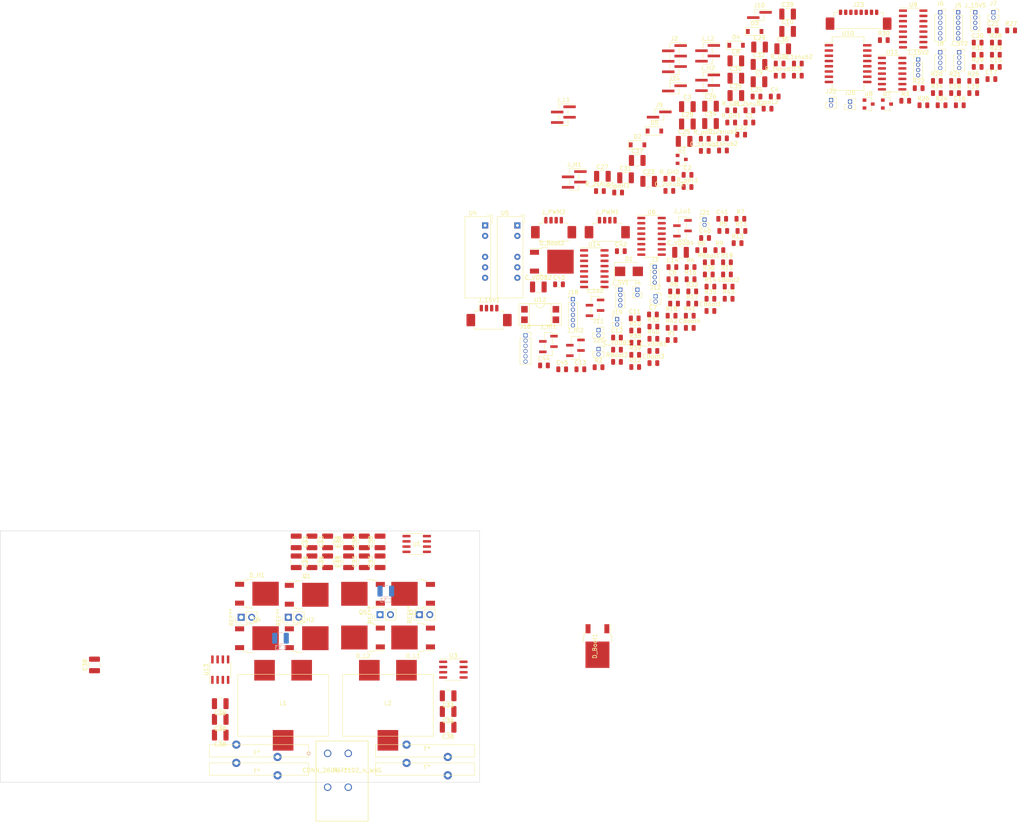
<source format=kicad_pcb>
(kicad_pcb (version 20171130) (host pcbnew 5.1.6-c6e7f7d~86~ubuntu20.04.1)
  (title_block (company https://gitlab.laas.fr/owntech/1leg))
  (layers (0 F.Cu signal) (31 B.Cu signal) (34 B.Paste user) (35 F.Paste user) (36 B.SilkS user) (37 F.SilkS user) (38 B.Mask user) (39 F.Mask user) (44 Edge.Cuts user))
  (net 0 "")
  (net 1 /Power/N)
  (net 2 "Net-(C1-Pad1)")
  (net 3 +5P)
  (net 4 /Power/V_In)
  (net 5 "Net-(C5-Pad2)")
  (net 6 "Net-(C6-Pad2)")
  (net 7 GNDD)
  (net 8 "Net-(C7-Pad1)")
  (net 9 +5C)
  (net 10 "Net-(C13-Pad1)")
  (net 11 /Measurments/N)
  (net 12 "Net-(C16-Pad2)")
  (net 13 /Measurments/REF4.048)
  (net 14 /Measurments/REF2.048)
  (net 15 "Net-(C22-Pad1)")
  (net 16 "Net-(C23-Pad2)")
  (net 17 /Power/V_Out)
  (net 18 "Net-(C25-Pad2)")
  (net 19 "Net-(C26-Pad2)")
  (net 20 GNDREF)
  (net 21 "Net-(C34-Pad2)")
  (net 22 "Net-(C36-Pad2)")
  (net 23 "Net-(C38-Pad2)")
  (net 24 "Net-(C_1snub1-Pad2)")
  (net 25 "Net-(C_1snub1-Pad1)")
  (net 26 "Net-(C_1snub2-Pad2)")
  (net 27 "Net-(C_1snub2-Pad1)")
  (net 28 "Net-(C_2snub1-Pad1)")
  (net 29 "Net-(C_2snub2-Pad1)")
  (net 30 +15V)
  (net 31 /Driver/V_Switching_node)
  (net 32 "Net-(CBoot1-Pad1)")
  (net 33 "Net-(D2-Pad2)")
  (net 34 /Power/PWM_Hi)
  (net 35 "Net-(D3-Pad2)")
  (net 36 /Power/PWM_Lo)
  (net 37 "Net-(D4-Pad2)")
  (net 38 "Net-(D5-Pad2)")
  (net 39 "Net-(D_Boot1-Pad1)")
  (net 40 /Power/Iin_raw)
  (net 41 /Power/Iout_raw)
  (net 42 /Power/V_Th)
  (net 43 -5V)
  (net 44 /Driver/N)
  (net 45 /Driver/VAC_opamp)
  (net 46 "Net-(J5-Pad5)")
  (net 47 "Net-(J5-Pad4)")
  (net 48 "Net-(J5-Pad3)")
  (net 49 "Net-(J5-Pad2)")
  (net 50 /Measurments/Iout_raw)
  (net 51 /Measurments/V_Th)
  (net 52 /Measurments/Iin_raw)
  (net 53 /Measurments/VAC_opamp)
  (net 54 /Driver/V_Out)
  (net 55 /Driver/V_In)
  (net 56 /Driver/Iout_raw)
  (net 57 /Driver/V_Th)
  (net 58 /Driver/Iin_raw)
  (net 59 /Driver/GND_opamp)
  (net 60 /Measurments/GND_opamp)
  (net 61 /Driver/VDC_opamp)
  (net 62 /Measurments/VDC_opamp)
  (net 63 "Net-(J23-Pad7)")
  (net 64 "Net-(J23-Pad6)")
  (net 65 "Net-(J23-Pad5)")
  (net 66 "Net-(J23-Pad4)")
  (net 67 "Net-(J23-Pad3)")
  (net 68 /Power/N_GND)
  (net 69 /Driver/N_GND)
  (net 70 /Measurments/VDC_ADC)
  (net 71 /Measurments/VAC_ADC)
  (net 72 /Measurments/Iin_ADC)
  (net 73 /Measurments/Iout_ADC)
  (net 74 "Net-(J_15V5-Pad4)")
  (net 75 "Net-(J_15V5-Pad3)")
  (net 76 /Measurments/GND_ADC)
  (net 77 /Driver/PWM_Hi)
  (net 78 /Driver/PWM_Lo)
  (net 79 /Driver/N_GND_cmd)
  (net 80 "Net-(J_PWM1-Pad3)")
  (net 81 "Net-(J_PWM1-Pad2)")
  (net 82 "Net-(R3-Pad2)")
  (net 83 "Net-(R4-Pad1)")
  (net 84 "Net-(R10-Pad1)")
  (net 85 "Net-(R10-Pad2)")
  (net 86 "Net-(R16-Pad2)")
  (net 87 "Net-(R17-Pad2)")
  (net 88 "Net-(R26-Pad2)")
  (net 89 "Net-(R39-Pad2)")
  (net 90 "Net-(R40-Pad2)")
  (net 91 "Net-(L1-Pad1)")
  (net 92 "Net-(J14-Pad1)")
  (net 93 "Net-(U4-Pad5)")
  (net 94 "Net-(U6-Pad13)")
  (net 95 "Net-(U6-Pad12)")
  (net 96 "Net-(U6-Pad7)")
  (net 97 "Net-(L2-Pad1)")
  (net 98 "Net-(C40-Pad2)")
  (net 99 "Net-(C41-Pad1)")
  (net 100 "Net-(C44-Pad1)")
  (net 101 "Net-(CBoot3-Pad1)")
  (net 102 "Net-(D_Boot2-Pad1)")
  (net 103 "Net-(J_PWM2-Pad3)")
  (net 104 "Net-(J_PWM2-Pad2)")
  (net 105 "Net-(U14-Pad13)")
  (net 106 "Net-(U14-Pad12)")
  (net 107 "Net-(U14-Pad7)")
  (module Footprints:WAGO-2604-1102 (layer F.Cu) (at 104.775 104.775)
    (fp_text reference REF** (at 3.499998 4.099999) (layer F.SilkS))
    (fp_text value CONN_2604-1102_4_WAG (at 3.499998 4.099999) (layer F.SilkS))
    (fp_text user * (at 0 0) (layer F.SilkS))
    (pad 4 thru_hole circle (at 5 8.199999) (size 1.8034 1.8034) (drill 1.2954) (layers *.Cu *.Mask))
    (pad 2 thru_hole circle (at 0 8.199999) (size 1.8034 1.8034) (drill 1.2954) (layers *.Cu *.Mask))
    (pad 3 thru_hole circle (at 5 0) (size 1.8034 1.8034) (drill 1.2954) (layers *.Cu *.Mask))
    (pad 1 thru_hole circle (at 0 0) (size 1.8034 1.8034) (drill 1.2954) (layers *.Cu *.Mask))
  )
  (module Connector_PinHeader_2.54mm:PinHeader_1x02_P2.54mm_Vertical (layer F.Cu) (at 127 71.12 90)
    (fp_text reference REF** (at 0 -2.33 90) (layer F.SilkS))
    (fp_text value PinHeader_1x02_P2.54mm_Vertical)
    (pad 1 thru_hole rect (at 0 0 90) (size 1.7 1.7) (drill 1) (layers *.Cu *.Mask))
    (pad 2 thru_hole oval (at 0 2.54 90) (size 1.7 1.7) (drill 1) (layers *.Cu *.Mask))
  )
  (module Connector_PinHeader_2.54mm:PinHeader_1x02_P2.54mm_Vertical (layer F.Cu) (at 117.475 71.12 90)
    (fp_text reference REF** (at 0 -2.33 90) (layer F.SilkS))
    (fp_text value PinHeader_1x02_P2.54mm_Vertical)
    (pad 1 thru_hole rect (at 0 0 90) (size 1.7 1.7) (drill 1) (layers *.Cu *.Mask))
    (pad 2 thru_hole oval (at 0 2.54 90) (size 1.7 1.7) (drill 1) (layers *.Cu *.Mask))
  )
  (module Connector_PinHeader_2.54mm:PinHeader_1x02_P2.54mm_Vertical (layer F.Cu) (at 95.25 71.755 90)
    (fp_text reference REF** (at 0 -2.33 90) (layer F.SilkS))
    (fp_text value PinHeader_1x02_P2.54mm_Vertical)
    (pad 1 thru_hole rect (at 0 0 90) (size 1.7 1.7) (drill 1) (layers *.Cu *.Mask))
    (pad 2 thru_hole oval (at 0 2.54 90) (size 1.7 1.7) (drill 1) (layers *.Cu *.Mask))
  )
  (module Connector_PinHeader_2.54mm:PinHeader_1x02_P2.54mm_Vertical (layer F.Cu) (at 83.82 71.755 90)
    (fp_text reference REF** (at 0 -2.33 90) (layer F.SilkS))
    (fp_text value PinHeader_1x02_P2.54mm_Vertical)
    (pad 2 thru_hole oval (at 0 2.54 90) (size 1.7 1.7) (drill 1) (layers *.Cu *.Mask))
    (pad 1 thru_hole rect (at 0 0 90) (size 1.7 1.7) (drill 1) (layers *.Cu *.Mask))
  )
  (module Capacitor_SMD:C_1210_3225Metric (layer B.Cu) (at 118.875 65.405)
    (fp_text reference C33 (at 0 2.28) (layer B.SilkS) (effects (justify mirror)))
    (fp_text value 100nF)
    (pad 2 smd roundrect (at 1.4 0) (size 1.25 2.65) (layers B.Cu B.Paste B.Mask) (roundrect_rratio 0.2))
    (pad 1 smd roundrect (at -1.4 0) (size 1.25 2.65) (layers B.Cu B.Paste B.Mask) (roundrect_rratio 0.2))
  )
  (module Capacitor_SMD:C_1210_3225Metric (layer B.Cu) (at 93.345 76.835)
    (fp_text reference C33 (at 0 2.28) (layer B.SilkS) (effects (justify mirror)))
    (fp_text value 100nF)
    (pad 2 smd roundrect (at 1.4 0) (size 1.25 2.65) (layers B.Cu B.Paste B.Mask) (roundrect_rratio 0.2))
    (pad 1 smd roundrect (at -1.4 0) (size 1.25 2.65) (layers B.Cu B.Paste B.Mask) (roundrect_rratio 0.2))
  )
  (module Footprints:RKEF500 (layer F.Cu) (at 128.905 104.14 180)
    (fp_text reference F* (at 0 0.5) (layer F.SilkS))
    (fp_text value RKEF500)
    (pad 2 thru_hole circle (at 5 1.5 180) (size 2 2) (drill 1) (layers *.Cu *.Mask))
    (pad 1 thru_hole circle (at -5 -1.5 180) (size 2 2) (drill 1) (layers *.Cu *.Mask))
  )
  (module Footprints:RKEF500 (layer F.Cu) (at 128.905 108.585 180)
    (fp_text reference F* (at 0 0.5) (layer F.SilkS))
    (fp_text value RKEF500)
    (pad 1 thru_hole circle (at -5 -1.5 180) (size 2 2) (drill 1) (layers *.Cu *.Mask))
    (pad 2 thru_hole circle (at 5 1.5 180) (size 2 2) (drill 1) (layers *.Cu *.Mask))
  )
  (module Footprints:RKEF500 (layer F.Cu) (at 87.63 108.585)
    (fp_text reference F* (at 0 0.5) (layer F.SilkS))
    (fp_text value RKEF500)
    (pad 1 thru_hole circle (at -5 -1.5) (size 2 2) (drill 1) (layers *.Cu *.Mask))
    (pad 2 thru_hole circle (at 5 1.5) (size 2 2) (drill 1) (layers *.Cu *.Mask))
  )
  (module Footprints:RKEF500 (layer F.Cu) (at 87.63 104.14)
    (fp_text reference F* (at 0 0.5) (layer F.SilkS))
    (fp_text value RKEF500)
    (pad 2 thru_hole circle (at 5 1.5) (size 2 2) (drill 1) (layers *.Cu *.Mask))
    (pad 1 thru_hole circle (at -5 -1.5) (size 2 2) (drill 1) (layers *.Cu *.Mask))
  )
  (module Capacitor_SMD:C_1210_3225Metric (layer F.Cu) (at 78.74 100.33 180)
    (fp_text reference C38 (at 0 -2.28) (layer F.SilkS))
    (fp_text value 100nF)
    (pad 2 smd roundrect (at 1.4 0 180) (size 1.25 2.65) (layers F.Cu F.Paste F.Mask) (roundrect_rratio 0.2))
    (pad 1 smd roundrect (at -1.4 0 180) (size 1.25 2.65) (layers F.Cu F.Paste F.Mask) (roundrect_rratio 0.2))
  )
  (module Capacitor_SMD:C_1210_3225Metric (layer F.Cu) (at 78.74 96.52 180)
    (fp_text reference C38 (at 0 -2.28) (layer F.SilkS))
    (fp_text value 100nF)
    (pad 2 smd roundrect (at 1.4 0 180) (size 1.25 2.65) (layers F.Cu F.Paste F.Mask) (roundrect_rratio 0.2))
    (pad 1 smd roundrect (at -1.4 0 180) (size 1.25 2.65) (layers F.Cu F.Paste F.Mask) (roundrect_rratio 0.2))
  )
  (module Capacitor_SMD:C_1210_3225Metric (layer F.Cu) (at 78.74 92.71 180)
    (fp_text reference C38 (at 0 -2.28) (layer F.SilkS))
    (fp_text value 100nF)
    (pad 2 smd roundrect (at 1.4 0 180) (size 1.25 2.65) (layers F.Cu F.Paste F.Mask) (roundrect_rratio 0.2))
    (pad 1 smd roundrect (at -1.4 0 180) (size 1.25 2.65) (layers F.Cu F.Paste F.Mask) (roundrect_rratio 0.2))
  )
  (module Capacitor_SMD:C_1210_3225Metric (layer F.Cu) (at 133.985 98.425 180)
    (fp_text reference C38 (at 0 -2.28) (layer F.SilkS))
    (fp_text value 100nF)
    (pad 2 smd roundrect (at 1.4 0 180) (size 1.25 2.65) (layers F.Cu F.Paste F.Mask) (roundrect_rratio 0.2))
    (pad 1 smd roundrect (at -1.4 0 180) (size 1.25 2.65) (layers F.Cu F.Paste F.Mask) (roundrect_rratio 0.2))
  )
  (module Capacitor_SMD:C_1210_3225Metric (layer F.Cu) (at 48.26 83.315 90)
    (fp_text reference C38 (at 0 -2.28 90) (layer F.SilkS))
    (fp_text value 100nF)
    (pad 1 smd roundrect (at -1.4 0 90) (size 1.25 2.65) (layers F.Cu F.Paste F.Mask) (roundrect_rratio 0.2))
    (pad 2 smd roundrect (at 1.4 0 90) (size 1.25 2.65) (layers F.Cu F.Paste F.Mask) (roundrect_rratio 0.2))
  )
  (module Capacitor_SMD:C_1210_3225Metric (layer F.Cu) (at 133.985 90.805 180)
    (fp_text reference C33 (at 0 -2.28) (layer F.SilkS))
    (fp_text value 100nF)
    (pad 1 smd roundrect (at -1.4 0 180) (size 1.25 2.65) (layers F.Cu F.Paste F.Mask) (roundrect_rratio 0.2))
    (pad 2 smd roundrect (at 1.4 0 180) (size 1.25 2.65) (layers F.Cu F.Paste F.Mask) (roundrect_rratio 0.2))
  )
  (module Capacitor_SMD:C_1210_3225Metric (layer F.Cu) (at 133.985 94.615 180)
    (fp_text reference C38 (at 0 -2.28) (layer F.SilkS))
    (fp_text value 100nF)
    (pad 1 smd roundrect (at -1.4 0 180) (size 1.25 2.65) (layers F.Cu F.Paste F.Mask) (roundrect_rratio 0.2))
    (pad 2 smd roundrect (at 1.4 0 180) (size 1.25 2.65) (layers F.Cu F.Paste F.Mask) (roundrect_rratio 0.2))
  )
  (module Capacitor_SMD:C_1210_3225Metric (layer F.Cu) (at 117.475 58.29 90)
    (fp_text reference C33 (at 0 -2.28 90) (layer F.SilkS))
    (fp_text value 100nF)
    (pad 1 smd roundrect (at -1.4 0 90) (size 1.25 2.65) (layers F.Cu F.Paste F.Mask) (roundrect_rratio 0.2))
    (pad 2 smd roundrect (at 1.4 0 90) (size 1.25 2.65) (layers F.Cu F.Paste F.Mask) (roundrect_rratio 0.2))
  )
  (module Capacitor_SMD:C_1210_3225Metric (layer F.Cu) (at 117.475 53.47 90)
    (fp_text reference C38 (at 0 -2.28 90) (layer F.SilkS))
    (fp_text value 100nF)
    (pad 1 smd roundrect (at -1.4 0 90) (size 1.25 2.65) (layers F.Cu F.Paste F.Mask) (roundrect_rratio 0.2))
    (pad 2 smd roundrect (at 1.4 0 90) (size 1.25 2.65) (layers F.Cu F.Paste F.Mask) (roundrect_rratio 0.2))
  )
  (module Capacitor_SMD:C_1210_3225Metric (layer F.Cu) (at 113.665 58.29 90)
    (fp_text reference C33 (at 0 -2.28 90) (layer F.SilkS))
    (fp_text value 100nF)
    (pad 1 smd roundrect (at -1.4 0 90) (size 1.25 2.65) (layers F.Cu F.Paste F.Mask) (roundrect_rratio 0.2))
    (pad 2 smd roundrect (at 1.4 0 90) (size 1.25 2.65) (layers F.Cu F.Paste F.Mask) (roundrect_rratio 0.2))
  )
  (module Capacitor_SMD:C_1210_3225Metric (layer F.Cu) (at 113.665 53.47 90)
    (fp_text reference C38 (at 0 -2.28 90) (layer F.SilkS))
    (fp_text value 100nF)
    (pad 1 smd roundrect (at -1.4 0 90) (size 1.25 2.65) (layers F.Cu F.Paste F.Mask) (roundrect_rratio 0.2))
    (pad 2 smd roundrect (at 1.4 0 90) (size 1.25 2.65) (layers F.Cu F.Paste F.Mask) (roundrect_rratio 0.2))
  )
  (module Capacitor_SMD:C_1210_3225Metric (layer F.Cu) (at 109.855 58.29 90)
    (fp_text reference C33 (at 0 -2.28 90) (layer F.SilkS))
    (fp_text value 100nF)
    (pad 1 smd roundrect (at -1.4 0 90) (size 1.25 2.65) (layers F.Cu F.Paste F.Mask) (roundrect_rratio 0.2))
    (pad 2 smd roundrect (at 1.4 0 90) (size 1.25 2.65) (layers F.Cu F.Paste F.Mask) (roundrect_rratio 0.2))
  )
  (module Capacitor_SMD:C_1210_3225Metric (layer F.Cu) (at 109.855 53.47 90)
    (fp_text reference C38 (at 0 -2.28 90) (layer F.SilkS))
    (fp_text value 100nF)
    (pad 1 smd roundrect (at -1.4 0 90) (size 1.25 2.65) (layers F.Cu F.Paste F.Mask) (roundrect_rratio 0.2))
    (pad 2 smd roundrect (at 1.4 0 90) (size 1.25 2.65) (layers F.Cu F.Paste F.Mask) (roundrect_rratio 0.2))
  )
  (module Capacitor_SMD:C_1210_3225Metric (layer F.Cu) (at 97.155 53.47 270)
    (fp_text reference C33 (at 0 -2.28 90) (layer F.SilkS))
    (fp_text value 100nF)
    (pad 1 smd roundrect (at -1.4 0 270) (size 1.25 2.65) (layers F.Cu F.Paste F.Mask) (roundrect_rratio 0.2))
    (pad 2 smd roundrect (at 1.4 0 270) (size 1.25 2.65) (layers F.Cu F.Paste F.Mask) (roundrect_rratio 0.2))
  )
  (module Capacitor_SMD:C_1210_3225Metric (layer F.Cu) (at 97.155 58.29 270)
    (fp_text reference C38 (at 0 -2.28 90) (layer F.SilkS))
    (fp_text value 100nF)
    (pad 1 smd roundrect (at -1.4 0 270) (size 1.25 2.65) (layers F.Cu F.Paste F.Mask) (roundrect_rratio 0.2))
    (pad 2 smd roundrect (at 1.4 0 270) (size 1.25 2.65) (layers F.Cu F.Paste F.Mask) (roundrect_rratio 0.2))
  )
  (module Capacitor_SMD:C_1210_3225Metric (layer F.Cu) (at 100.965 53.47 270)
    (fp_text reference C33 (at 0 -2.28 90) (layer F.SilkS))
    (fp_text value 100nF)
    (pad 1 smd roundrect (at -1.4 0 270) (size 1.25 2.65) (layers F.Cu F.Paste F.Mask) (roundrect_rratio 0.2))
    (pad 2 smd roundrect (at 1.4 0 270) (size 1.25 2.65) (layers F.Cu F.Paste F.Mask) (roundrect_rratio 0.2))
  )
  (module Capacitor_SMD:C_1210_3225Metric (layer F.Cu) (at 100.965 58.29 270)
    (fp_text reference C38 (at 0 -2.28 90) (layer F.SilkS))
    (fp_text value 100nF)
    (pad 1 smd roundrect (at -1.4 0 270) (size 1.25 2.65) (layers F.Cu F.Paste F.Mask) (roundrect_rratio 0.2))
    (pad 2 smd roundrect (at 1.4 0 270) (size 1.25 2.65) (layers F.Cu F.Paste F.Mask) (roundrect_rratio 0.2))
  )
  (module Package_SO:SOIC-16_3.9x9.9mm_P1.27mm (layer F.Cu) (at 169.42 -12.8)
    (fp_text reference U14 (at 0 -5.9) (layer F.SilkS))
    (fp_text value UCC21520DW)
    (pad 16 smd roundrect (at 2.475 -4.445) (size 1.95 0.6) (layers F.Cu F.Paste F.Mask) (net 101 "Net-(CBoot3-Pad1)"))
    (pad 15 smd roundrect (at 2.475 -3.175) (size 1.95 0.6) (layers F.Cu F.Paste F.Mask) (net 77 /Driver/PWM_Hi))
    (pad 14 smd roundrect (at 2.475 -1.905) (size 1.95 0.6) (layers F.Cu F.Paste F.Mask) (net 31 /Driver/V_Switching_node))
    (pad 13 smd roundrect (at 2.475 -0.635) (size 1.95 0.6) (layers F.Cu F.Paste F.Mask) (net 105 "Net-(U14-Pad13)"))
    (pad 12 smd roundrect (at 2.475 0.635) (size 1.95 0.6) (layers F.Cu F.Paste F.Mask) (net 106 "Net-(U14-Pad12)"))
    (pad 11 smd roundrect (at 2.475 1.905) (size 1.95 0.6) (layers F.Cu F.Paste F.Mask) (net 30 +15V))
    (pad 10 smd roundrect (at 2.475 3.175) (size 1.95 0.6) (layers F.Cu F.Paste F.Mask) (net 78 /Driver/PWM_Lo))
    (pad 9 smd roundrect (at 2.475 4.445) (size 1.95 0.6) (layers F.Cu F.Paste F.Mask) (net 20 GNDREF))
    (pad 8 smd roundrect (at -2.475 4.445) (size 1.95 0.6) (layers F.Cu F.Paste F.Mask) (net 9 +5C))
    (pad 7 smd roundrect (at -2.475 3.175) (size 1.95 0.6) (layers F.Cu F.Paste F.Mask) (net 107 "Net-(U14-Pad7)"))
    (pad 6 smd roundrect (at -2.475 1.905) (size 1.95 0.6) (layers F.Cu F.Paste F.Mask) (net 100 "Net-(C44-Pad1)"))
    (pad 5 smd roundrect (at -2.475 0.635) (size 1.95 0.6) (layers F.Cu F.Paste F.Mask) (net 7 GNDD))
    (pad 4 smd roundrect (at -2.475 -0.635) (size 1.95 0.6) (layers F.Cu F.Paste F.Mask) (net 7 GNDD))
    (pad 3 smd roundrect (at -2.475 -1.905) (size 1.95 0.6) (layers F.Cu F.Paste F.Mask) (net 9 +5C))
    (pad 2 smd roundrect (at -2.475 -3.175) (size 1.95 0.6) (layers F.Cu F.Paste F.Mask) (net 99 "Net-(C41-Pad1)"))
    (pad 1 smd roundrect (at -2.475 -4.445) (size 1.95 0.6) (layers F.Cu F.Paste F.Mask) (net 98 "Net-(C40-Pad2)"))
  )
  (module Package_SO:SOIC-8_3.9x4.9mm_P1.27mm (layer F.Cu) (at 78.74 84.455 90)
    (fp_text reference U13 (at 0 -3.4 90) (layer F.SilkS))
    (fp_text value ACS712xLCTR-20A)
    (pad 8 smd roundrect (at 2.475 -1.905 90) (size 1.95 0.6) (layers F.Cu F.Paste F.Mask) (net 3 +5P))
    (pad 7 smd roundrect (at 2.475 -0.635 90) (size 1.95 0.6) (layers F.Cu F.Paste F.Mask) (net 40 /Power/Iin_raw))
    (pad 6 smd roundrect (at 2.475 0.635 90) (size 1.95 0.6) (layers F.Cu F.Paste F.Mask) (net 15 "Net-(C22-Pad1)"))
    (pad 5 smd roundrect (at 2.475 1.905 90) (size 1.95 0.6) (layers F.Cu F.Paste F.Mask) (net 1 /Power/N))
    (pad 4 smd roundrect (at -2.475 1.905 90) (size 1.95 0.6) (layers F.Cu F.Paste F.Mask) (net 4 /Power/V_In))
    (pad 3 smd roundrect (at -2.475 0.635 90) (size 1.95 0.6) (layers F.Cu F.Paste F.Mask) (net 4 /Power/V_In))
    (pad 2 smd roundrect (at -2.475 -0.635 90) (size 1.95 0.6) (layers F.Cu F.Paste F.Mask) (net 97 "Net-(L2-Pad1)"))
    (pad 1 smd roundrect (at -2.475 -1.905 90) (size 1.95 0.6) (layers F.Cu F.Paste F.Mask) (net 97 "Net-(L2-Pad1)"))
  )
  (module Package_DIP:DIP-4_W7.62mm_SMDSocket_SmallPads (layer F.Cu) (at 156.29 -1.68)
    (fp_text reference U12 (at 0 -3.6) (layer F.SilkS))
    (fp_text value SFH617A-2X009T)
    (pad 4 smd rect (at 3.81 -1.27) (size 1.6 1.6) (layers F.Cu F.Paste F.Mask) (net 30 +15V))
    (pad 2 smd rect (at -3.81 1.27) (size 1.6 1.6) (layers F.Cu F.Paste F.Mask) (net 83 "Net-(R4-Pad1)"))
    (pad 3 smd rect (at 3.81 1.27) (size 1.6 1.6) (layers F.Cu F.Paste F.Mask) (net 69 /Driver/N_GND))
    (pad 1 smd rect (at -3.81 -1.27) (size 1.6 1.6) (layers F.Cu F.Paste F.Mask) (net 79 /Driver/N_GND_cmd))
  )
  (module Package_SO:SOIC-14_3.9x8.7mm_P1.27mm (layer F.Cu) (at 241.62 -60.11)
    (fp_text reference U11 (at 0 -5.28) (layer F.SilkS))
    (fp_text value TL074)
    (pad 14 smd roundrect (at 2.475 -3.81) (size 1.95 0.6) (layers F.Cu F.Paste F.Mask))
    (pad 13 smd roundrect (at 2.475 -2.54) (size 1.95 0.6) (layers F.Cu F.Paste F.Mask))
    (pad 12 smd roundrect (at 2.475 -1.27) (size 1.95 0.6) (layers F.Cu F.Paste F.Mask))
    (pad 11 smd roundrect (at 2.475 0) (size 1.95 0.6) (layers F.Cu F.Paste F.Mask) (net 43 -5V))
    (pad 10 smd roundrect (at 2.475 1.27) (size 1.95 0.6) (layers F.Cu F.Paste F.Mask) (net 11 /Measurments/N))
    (pad 9 smd roundrect (at 2.475 2.54) (size 1.95 0.6) (layers F.Cu F.Paste F.Mask) (net 82 "Net-(R3-Pad2)"))
    (pad 8 smd roundrect (at 2.475 3.81) (size 1.95 0.6) (layers F.Cu F.Paste F.Mask) (net 76 /Measurments/GND_ADC))
    (pad 7 smd roundrect (at -2.475 3.81) (size 1.95 0.6) (layers F.Cu F.Paste F.Mask) (net 70 /Measurments/VDC_ADC))
    (pad 6 smd roundrect (at -2.475 2.54) (size 1.95 0.6) (layers F.Cu F.Paste F.Mask) (net 70 /Measurments/VDC_ADC))
    (pad 5 smd roundrect (at -2.475 1.27) (size 1.95 0.6) (layers F.Cu F.Paste F.Mask) (net 62 /Measurments/VDC_opamp))
    (pad 4 smd roundrect (at -2.475 0) (size 1.95 0.6) (layers F.Cu F.Paste F.Mask) (net 3 +5P))
    (pad 3 smd roundrect (at -2.475 -1.27) (size 1.95 0.6) (layers F.Cu F.Paste F.Mask) (net 88 "Net-(R26-Pad2)"))
    (pad 2 smd roundrect (at -2.475 -2.54) (size 1.95 0.6) (layers F.Cu F.Paste F.Mask) (net 11 /Measurments/N))
    (pad 1 smd roundrect (at -2.475 -3.81) (size 1.95 0.6) (layers F.Cu F.Paste F.Mask) (net 71 /Measurments/VAC_ADC))
  )
  (module Package_SO:SOIC-16W_7.5x12.8mm_P1.27mm (layer F.Cu) (at 230.94 -62.54)
    (fp_text reference U10 (at 0 -7.35) (layer F.SilkS))
    (fp_text value ISO7341FC)
    (pad 16 smd roundrect (at 4.65 -4.445) (size 2.05 0.6) (layers F.Cu F.Paste F.Mask) (net 3 +5P))
    (pad 15 smd roundrect (at 4.65 -3.175) (size 2.05 0.6) (layers F.Cu F.Paste F.Mask) (net 11 /Measurments/N))
    (pad 14 smd roundrect (at 4.65 -1.905) (size 2.05 0.6) (layers F.Cu F.Paste F.Mask) (net 46 "Net-(J5-Pad5)"))
    (pad 13 smd roundrect (at 4.65 -0.635) (size 2.05 0.6) (layers F.Cu F.Paste F.Mask) (net 47 "Net-(J5-Pad4)"))
    (pad 12 smd roundrect (at 4.65 0.635) (size 2.05 0.6) (layers F.Cu F.Paste F.Mask) (net 49 "Net-(J5-Pad2)"))
    (pad 11 smd roundrect (at 4.65 1.905) (size 2.05 0.6) (layers F.Cu F.Paste F.Mask) (net 48 "Net-(J5-Pad3)"))
    (pad 10 smd roundrect (at 4.65 3.175) (size 2.05 0.6) (layers F.Cu F.Paste F.Mask) (net 11 /Measurments/N))
    (pad 9 smd roundrect (at 4.65 4.445) (size 2.05 0.6) (layers F.Cu F.Paste F.Mask) (net 11 /Measurments/N))
    (pad 8 smd roundrect (at -4.65 4.445) (size 2.05 0.6) (layers F.Cu F.Paste F.Mask) (net 7 GNDD))
    (pad 7 smd roundrect (at -4.65 3.175) (size 2.05 0.6) (layers F.Cu F.Paste F.Mask) (net 63 "Net-(J23-Pad7)"))
    (pad 6 smd roundrect (at -4.65 1.905) (size 2.05 0.6) (layers F.Cu F.Paste F.Mask) (net 64 "Net-(J23-Pad6)"))
    (pad 5 smd roundrect (at -4.65 0.635) (size 2.05 0.6) (layers F.Cu F.Paste F.Mask) (net 65 "Net-(J23-Pad5)"))
    (pad 4 smd roundrect (at -4.65 -0.635) (size 2.05 0.6) (layers F.Cu F.Paste F.Mask) (net 66 "Net-(J23-Pad4)"))
    (pad 3 smd roundrect (at -4.65 -1.905) (size 2.05 0.6) (layers F.Cu F.Paste F.Mask) (net 67 "Net-(J23-Pad3)"))
    (pad 2 smd roundrect (at -4.65 -3.175) (size 2.05 0.6) (layers F.Cu F.Paste F.Mask) (net 7 GNDD))
    (pad 1 smd roundrect (at -4.65 -4.445) (size 2.05 0.6) (layers F.Cu F.Paste F.Mask) (net 9 +5C))
  )
  (module Package_SO:SOIC-16_3.9x9.9mm_P1.27mm (layer F.Cu) (at 246.72 -70.94)
    (fp_text reference U9 (at 0 -5.9) (layer F.SilkS))
    (fp_text value MCP3208)
    (pad 16 smd roundrect (at 2.475 -4.445) (size 1.95 0.6) (layers F.Cu F.Paste F.Mask) (net 12 "Net-(C16-Pad2)"))
    (pad 15 smd roundrect (at 2.475 -3.175) (size 1.95 0.6) (layers F.Cu F.Paste F.Mask) (net 13 /Measurments/REF4.048))
    (pad 14 smd roundrect (at 2.475 -1.905) (size 1.95 0.6) (layers F.Cu F.Paste F.Mask) (net 11 /Measurments/N))
    (pad 13 smd roundrect (at 2.475 -0.635) (size 1.95 0.6) (layers F.Cu F.Paste F.Mask) (net 49 "Net-(J5-Pad2)"))
    (pad 12 smd roundrect (at 2.475 0.635) (size 1.95 0.6) (layers F.Cu F.Paste F.Mask) (net 48 "Net-(J5-Pad3)"))
    (pad 11 smd roundrect (at 2.475 1.905) (size 1.95 0.6) (layers F.Cu F.Paste F.Mask) (net 47 "Net-(J5-Pad4)"))
    (pad 10 smd roundrect (at 2.475 3.175) (size 1.95 0.6) (layers F.Cu F.Paste F.Mask) (net 46 "Net-(J5-Pad5)"))
    (pad 9 smd roundrect (at 2.475 4.445) (size 1.95 0.6) (layers F.Cu F.Paste F.Mask) (net 11 /Measurments/N))
    (pad 8 smd roundrect (at -2.475 4.445) (size 1.95 0.6) (layers F.Cu F.Paste F.Mask) (net 74 "Net-(J_15V5-Pad4)"))
    (pad 7 smd roundrect (at -2.475 3.175) (size 1.95 0.6) (layers F.Cu F.Paste F.Mask) (net 75 "Net-(J_15V5-Pad3)"))
    (pad 6 smd roundrect (at -2.475 1.905) (size 1.95 0.6) (layers F.Cu F.Paste F.Mask) (net 51 /Measurments/V_Th))
    (pad 5 smd roundrect (at -2.475 0.635) (size 1.95 0.6) (layers F.Cu F.Paste F.Mask) (net 76 /Measurments/GND_ADC))
    (pad 4 smd roundrect (at -2.475 -0.635) (size 1.95 0.6) (layers F.Cu F.Paste F.Mask) (net 70 /Measurments/VDC_ADC))
    (pad 3 smd roundrect (at -2.475 -1.905) (size 1.95 0.6) (layers F.Cu F.Paste F.Mask) (net 71 /Measurments/VAC_ADC))
    (pad 2 smd roundrect (at -2.475 -3.175) (size 1.95 0.6) (layers F.Cu F.Paste F.Mask) (net 72 /Measurments/Iin_ADC))
    (pad 1 smd roundrect (at -2.475 -4.445) (size 1.95 0.6) (layers F.Cu F.Paste F.Mask) (net 73 /Measurments/Iout_ADC))
  )
  (module Package_TO_SOT_SMD:SOT-23 (layer F.Cu) (at 235.91 -52.73)
    (fp_text reference U8 (at 0 -2.5) (layer F.SilkS))
    (fp_text value MCP1541-TT)
    (pad 3 smd rect (at 1 0) (size 0.9 0.8) (layers F.Cu F.Paste F.Mask) (net 11 /Measurments/N))
    (pad 2 smd rect (at -1 0.95) (size 0.9 0.8) (layers F.Cu F.Paste F.Mask) (net 13 /Measurments/REF4.048))
    (pad 1 smd rect (at -1 -0.95) (size 0.9 0.8) (layers F.Cu F.Paste F.Mask) (net 3 +5P))
  )
  (module Package_TO_SOT_SMD:SOT-23 (layer F.Cu) (at 240.36 -52.73)
    (fp_text reference U7 (at 0 -2.5) (layer F.SilkS))
    (fp_text value REF3020)
    (pad 3 smd rect (at 1 0) (size 0.9 0.8) (layers F.Cu F.Paste F.Mask) (net 11 /Measurments/N))
    (pad 2 smd rect (at -1 0.95) (size 0.9 0.8) (layers F.Cu F.Paste F.Mask) (net 14 /Measurments/REF2.048))
    (pad 1 smd rect (at -1 -0.95) (size 0.9 0.8) (layers F.Cu F.Paste F.Mask) (net 3 +5P))
  )
  (module Package_SO:SOIC-16_3.9x9.9mm_P1.27mm (layer F.Cu) (at 183.29 -20.65)
    (fp_text reference U6 (at 0 -5.9) (layer F.SilkS))
    (fp_text value UCC21520DW)
    (pad 16 smd roundrect (at 2.475 -4.445) (size 1.95 0.6) (layers F.Cu F.Paste F.Mask) (net 32 "Net-(CBoot1-Pad1)"))
    (pad 15 smd roundrect (at 2.475 -3.175) (size 1.95 0.6) (layers F.Cu F.Paste F.Mask) (net 77 /Driver/PWM_Hi))
    (pad 14 smd roundrect (at 2.475 -1.905) (size 1.95 0.6) (layers F.Cu F.Paste F.Mask) (net 31 /Driver/V_Switching_node))
    (pad 13 smd roundrect (at 2.475 -0.635) (size 1.95 0.6) (layers F.Cu F.Paste F.Mask) (net 94 "Net-(U6-Pad13)"))
    (pad 12 smd roundrect (at 2.475 0.635) (size 1.95 0.6) (layers F.Cu F.Paste F.Mask) (net 95 "Net-(U6-Pad12)"))
    (pad 11 smd roundrect (at 2.475 1.905) (size 1.95 0.6) (layers F.Cu F.Paste F.Mask) (net 30 +15V))
    (pad 10 smd roundrect (at 2.475 3.175) (size 1.95 0.6) (layers F.Cu F.Paste F.Mask) (net 78 /Driver/PWM_Lo))
    (pad 9 smd roundrect (at 2.475 4.445) (size 1.95 0.6) (layers F.Cu F.Paste F.Mask) (net 20 GNDREF))
    (pad 8 smd roundrect (at -2.475 4.445) (size 1.95 0.6) (layers F.Cu F.Paste F.Mask) (net 9 +5C))
    (pad 7 smd roundrect (at -2.475 3.175) (size 1.95 0.6) (layers F.Cu F.Paste F.Mask) (net 96 "Net-(U6-Pad7)"))
    (pad 6 smd roundrect (at -2.475 1.905) (size 1.95 0.6) (layers F.Cu F.Paste F.Mask) (net 10 "Net-(C13-Pad1)"))
    (pad 5 smd roundrect (at -2.475 0.635) (size 1.95 0.6) (layers F.Cu F.Paste F.Mask) (net 7 GNDD))
    (pad 4 smd roundrect (at -2.475 -0.635) (size 1.95 0.6) (layers F.Cu F.Paste F.Mask) (net 7 GNDD))
    (pad 3 smd roundrect (at -2.475 -1.905) (size 1.95 0.6) (layers F.Cu F.Paste F.Mask) (net 9 +5C))
    (pad 2 smd roundrect (at -2.475 -3.175) (size 1.95 0.6) (layers F.Cu F.Paste F.Mask) (net 8 "Net-(C7-Pad1)"))
    (pad 1 smd roundrect (at -2.475 -4.445) (size 1.95 0.6) (layers F.Cu F.Paste F.Mask) (net 6 "Net-(C6-Pad2)"))
  )
  (module Converter_DCDC:Converter_DCDC_muRata_NMAxxxxSC_THT (layer F.Cu) (at 150.77 -23.295)
    (fp_text reference U5 (at -3 -3) (layer F.SilkS))
    (fp_text value NMA1505SC)
    (pad 6 thru_hole oval (at 0 12.7) (size 1.5 1.5) (drill 0.7) (layers *.Cu *.Mask) (net 3 +5P))
    (pad 5 thru_hole oval (at 0 10.16) (size 1.5 1.5) (drill 0.7) (layers *.Cu *.Mask) (net 44 /Driver/N))
    (pad 4 thru_hole oval (at 0 7.62) (size 1.5 1.5) (drill 0.7) (layers *.Cu *.Mask) (net 43 -5V))
    (pad 2 thru_hole oval (at 0 2.54) (size 1.5 1.5) (drill 0.7) (layers *.Cu *.Mask) (net 20 GNDREF))
    (pad 1 thru_hole rect (at 0 0) (size 1.5 1.5) (drill 0.7) (layers *.Cu *.Mask) (net 30 +15V))
  )
  (module Converter_DCDC:Converter_DCDC_muRata_NMAxxxxSC_THT (layer F.Cu) (at 142.95 -23.295)
    (fp_text reference U4 (at -3 -3) (layer F.SilkS))
    (fp_text value NMA1505SC)
    (pad 6 thru_hole oval (at 0 12.7) (size 1.5 1.5) (drill 0.7) (layers *.Cu *.Mask) (net 9 +5C))
    (pad 5 thru_hole oval (at 0 10.16) (size 1.5 1.5) (drill 0.7) (layers *.Cu *.Mask) (net 93 "Net-(U4-Pad5)"))
    (pad 4 thru_hole oval (at 0 7.62) (size 1.5 1.5) (drill 0.7) (layers *.Cu *.Mask) (net 7 GNDD))
    (pad 2 thru_hole oval (at 0 2.54) (size 1.5 1.5) (drill 0.7) (layers *.Cu *.Mask) (net 20 GNDREF))
    (pad 1 thru_hole rect (at 0 0) (size 1.5 1.5) (drill 0.7) (layers *.Cu *.Mask) (net 30 +15V))
  )
  (module Package_SO:SOIC-8_3.9x4.9mm_P1.27mm (layer F.Cu) (at 135.255 84.455)
    (fp_text reference U3 (at 0 -3.4) (layer F.SilkS))
    (fp_text value ACS712xLCTR-20A)
    (pad 8 smd roundrect (at 2.475 -1.905) (size 1.95 0.6) (layers F.Cu F.Paste F.Mask) (net 3 +5P))
    (pad 7 smd roundrect (at 2.475 -0.635) (size 1.95 0.6) (layers F.Cu F.Paste F.Mask) (net 41 /Power/Iout_raw))
    (pad 6 smd roundrect (at 2.475 0.635) (size 1.95 0.6) (layers F.Cu F.Paste F.Mask) (net 5 "Net-(C5-Pad2)"))
    (pad 5 smd roundrect (at 2.475 1.905) (size 1.95 0.6) (layers F.Cu F.Paste F.Mask) (net 1 /Power/N))
    (pad 4 smd roundrect (at -2.475 1.905) (size 1.95 0.6) (layers F.Cu F.Paste F.Mask) (net 17 /Power/V_Out))
    (pad 3 smd roundrect (at -2.475 0.635) (size 1.95 0.6) (layers F.Cu F.Paste F.Mask) (net 17 /Power/V_Out))
    (pad 2 smd roundrect (at -2.475 -0.635) (size 1.95 0.6) (layers F.Cu F.Paste F.Mask) (net 92 "Net-(J14-Pad1)"))
    (pad 1 smd roundrect (at -2.475 -1.905) (size 1.95 0.6) (layers F.Cu F.Paste F.Mask) (net 92 "Net-(J14-Pad1)"))
  )
  (module Package_TO_SOT_SMD:SOT-23 (layer F.Cu) (at 190.61 -39.31)
    (fp_text reference U2 (at 0 -2.5) (layer F.SilkS))
    (fp_text value MCP9700AT-ETT)
    (pad 3 smd rect (at 1 0) (size 0.9 0.8) (layers F.Cu F.Paste F.Mask) (net 1 /Power/N))
    (pad 2 smd rect (at -1 0.95) (size 0.9 0.8) (layers F.Cu F.Paste F.Mask) (net 42 /Power/V_Th))
    (pad 1 smd rect (at -1 -0.95) (size 0.9 0.8) (layers F.Cu F.Paste F.Mask) (net 3 +5P))
  )
  (module Package_SO:SOIC-8_3.9x4.9mm_P1.27mm (layer F.Cu) (at 126.365 53.975)
    (fp_text reference U1 (at 0 0) (layer F.SilkS))
    (fp_text value ACS712xLCTR-20A)
    (pad 8 smd roundrect (at 2.475 -1.905) (size 1.95 0.6) (layers F.Cu F.Paste F.Mask) (net 3 +5P))
    (pad 7 smd roundrect (at 2.475 -0.635) (size 1.95 0.6) (layers F.Cu F.Paste F.Mask) (net 40 /Power/Iin_raw))
    (pad 6 smd roundrect (at 2.475 0.635) (size 1.95 0.6) (layers F.Cu F.Paste F.Mask) (net 2 "Net-(C1-Pad1)"))
    (pad 5 smd roundrect (at 2.475 1.905) (size 1.95 0.6) (layers F.Cu F.Paste F.Mask) (net 1 /Power/N))
    (pad 4 smd roundrect (at -2.475 1.905) (size 1.95 0.6) (layers F.Cu F.Paste F.Mask) (net 4 /Power/V_In))
    (pad 3 smd roundrect (at -2.475 0.635) (size 1.95 0.6) (layers F.Cu F.Paste F.Mask) (net 4 /Power/V_In))
    (pad 2 smd roundrect (at -2.475 -0.635) (size 1.95 0.6) (layers F.Cu F.Paste F.Mask) (net 91 "Net-(L1-Pad1)"))
    (pad 1 smd roundrect (at -2.475 -1.905) (size 1.95 0.6) (layers F.Cu F.Paste F.Mask) (net 91 "Net-(L1-Pad1)"))
  )
  (module Resistor_SMD:R_0805_2012Metric (layer F.Cu) (at 174.92 9.8)
    (fp_text reference RBoot2 (at 0 -1.65) (layer F.SilkS))
    (fp_text value R)
    (pad 2 smd roundrect (at 0.9375 0) (size 0.975 1.4) (layers F.Cu F.Paste F.Mask) (net 30 +15V))
    (pad 1 smd roundrect (at -0.9375 0) (size 0.975 1.4) (layers F.Cu F.Paste F.Mask) (net 102 "Net-(D_Boot2-Pad1)"))
  )
  (module Resistor_SMD:R_0805_2012Metric (layer F.Cu) (at 197.17 -14.35)
    (fp_text reference RBoot1 (at 0 -1.65) (layer F.SilkS))
    (fp_text value R)
    (pad 2 smd roundrect (at 0.9375 0) (size 0.975 1.4) (layers F.Cu F.Paste F.Mask) (net 30 +15V))
    (pad 1 smd roundrect (at -0.9375 0) (size 0.975 1.4) (layers F.Cu F.Paste F.Mask) (net 39 "Net-(D_Boot1-Pad1)"))
  )
  (module Resistor_SMD:R_0805_2012Metric (layer F.Cu) (at 211.42 -51.61)
    (fp_text reference R_pdL2 (at 0 -1.65) (layer F.SilkS))
    (fp_text value 1k)
    (pad 2 smd roundrect (at 0.9375 0) (size 0.975 1.4) (layers F.Cu F.Paste F.Mask) (net 38 "Net-(D5-Pad2)"))
    (pad 1 smd roundrect (at -0.9375 0) (size 0.975 1.4) (layers F.Cu F.Paste F.Mask) (net 20 GNDREF))
  )
  (module Resistor_SMD:R_0805_2012Metric (layer F.Cu) (at 192.02 -32.61)
    (fp_text reference R_pdL1 (at 0 -1.65) (layer F.SilkS))
    (fp_text value 1k)
    (pad 2 smd roundrect (at 0.9375 0) (size 0.975 1.4) (layers F.Cu F.Paste F.Mask) (net 35 "Net-(D3-Pad2)"))
    (pad 1 smd roundrect (at -0.9375 0) (size 0.975 1.4) (layers F.Cu F.Paste F.Mask) (net 20 GNDREF))
  )
  (module Resistor_SMD:R_0805_2012Metric (layer F.Cu) (at 175.19 -31.27)
    (fp_text reference R_pdH2 (at 0 -1.65) (layer F.SilkS))
    (fp_text value 1k)
    (pad 2 smd roundrect (at 0.9375 0) (size 0.975 1.4) (layers F.Cu F.Paste F.Mask) (net 37 "Net-(D4-Pad2)"))
    (pad 1 smd roundrect (at -0.9375 0) (size 0.975 1.4) (layers F.Cu F.Paste F.Mask) (net 26 "Net-(C_1snub2-Pad2)"))
  )
  (module Resistor_SMD:R_0805_2012Metric (layer F.Cu) (at 196.2 -44.32)
    (fp_text reference R_pdH1 (at 0 -1.65) (layer F.SilkS))
    (fp_text value 1k)
    (pad 2 smd roundrect (at 0.9375 0) (size 0.975 1.4) (layers F.Cu F.Paste F.Mask) (net 33 "Net-(D2-Pad2)"))
    (pad 1 smd roundrect (at -0.9375 0) (size 0.975 1.4) (layers F.Cu F.Paste F.Mask) (net 24 "Net-(C_1snub1-Pad2)"))
  )
  (module Resistor_SMD:R_0805_2012Metric (layer F.Cu) (at 214.35 -62.56)
    (fp_text reference R_GL2 (at 0 -1.65) (layer F.SilkS))
    (fp_text value 2,2)
    (pad 2 smd roundrect (at 0.9375 0) (size 0.975 1.4) (layers F.Cu F.Paste F.Mask) (net 38 "Net-(D5-Pad2)"))
    (pad 1 smd roundrect (at -0.9375 0) (size 0.975 1.4) (layers F.Cu F.Paste F.Mask) (net 36 /Power/PWM_Lo))
  )
  (module Resistor_SMD:R_0805_2012Metric (layer F.Cu) (at 202.6 -51.21)
    (fp_text reference R_GL1 (at 0 -1.65) (layer F.SilkS))
    (fp_text value 2,2)
    (pad 2 smd roundrect (at 0.9375 0) (size 0.975 1.4) (layers F.Cu F.Paste F.Mask) (net 35 "Net-(D3-Pad2)"))
    (pad 1 smd roundrect (at -0.9375 0) (size 0.975 1.4) (layers F.Cu F.Paste F.Mask) (net 36 /Power/PWM_Lo))
  )
  (module Resistor_SMD:R_0805_2012Metric (layer F.Cu) (at 187.61 -34.62)
    (fp_text reference R_GH2 (at 0 -1.65) (layer F.SilkS))
    (fp_text value 2,2)
    (pad 2 smd roundrect (at 0.9375 0) (size 0.975 1.4) (layers F.Cu F.Paste F.Mask) (net 37 "Net-(D4-Pad2)"))
    (pad 1 smd roundrect (at -0.9375 0) (size 0.975 1.4) (layers F.Cu F.Paste F.Mask) (net 34 /Power/PWM_Hi))
  )
  (module Resistor_SMD:R_0805_2012Metric (layer F.Cu) (at 202.6 -48.26)
    (fp_text reference R_GH1 (at 0 -1.65) (layer F.SilkS))
    (fp_text value 2,2)
    (pad 2 smd roundrect (at 0.9375 0) (size 0.975 1.4) (layers F.Cu F.Paste F.Mask) (net 33 "Net-(D2-Pad2)"))
    (pad 1 smd roundrect (at -0.9375 0) (size 0.975 1.4) (layers F.Cu F.Paste F.Mask) (net 34 /Power/PWM_Hi))
  )
  (module Resistor_SMD:R_0805_2012Metric (layer F.Cu) (at 207.01 -51.21)
    (fp_text reference R_2snub2 (at 0 -1.65) (layer F.SilkS))
    (fp_text value R_Small)
    (pad 2 smd roundrect (at 0.9375 0) (size 0.975 1.4) (layers F.Cu F.Paste F.Mask) (net 29 "Net-(C_2snub2-Pad1)"))
    (pad 1 smd roundrect (at -0.9375 0) (size 0.975 1.4) (layers F.Cu F.Paste F.Mask) (net 26 "Net-(C_1snub2-Pad2)"))
  )
  (module Resistor_SMD:R_0805_2012Metric (layer F.Cu) (at 170.78 -31.63)
    (fp_text reference R_2snub1 (at 0 -1.65) (layer F.SilkS))
    (fp_text value R_Small)
    (pad 2 smd roundrect (at 0.9375 0) (size 0.975 1.4) (layers F.Cu F.Paste F.Mask) (net 28 "Net-(C_2snub1-Pad1)"))
    (pad 1 smd roundrect (at -0.9375 0) (size 0.975 1.4) (layers F.Cu F.Paste F.Mask) (net 24 "Net-(C_1snub1-Pad2)"))
  )
  (module Resistor_SMD:R_0805_2012Metric (layer F.Cu) (at 218.76 -62.56)
    (fp_text reference R_1snub2 (at 0 -1.65) (layer F.SilkS))
    (fp_text value R_Small)
    (pad 2 smd roundrect (at 0.9375 0) (size 0.975 1.4) (layers F.Cu F.Paste F.Mask) (net 27 "Net-(C_1snub2-Pad1)"))
    (pad 1 smd roundrect (at -0.9375 0) (size 0.975 1.4) (layers F.Cu F.Paste F.Mask) (net 17 /Power/V_Out))
  )
  (module Resistor_SMD:R_0805_2012Metric (layer F.Cu) (at 214.35 -59.61)
    (fp_text reference R_1snub1 (at 0 -1.65) (layer F.SilkS))
    (fp_text value R_Small)
    (pad 2 smd roundrect (at 0.9375 0) (size 0.975 1.4) (layers F.Cu F.Paste F.Mask) (net 25 "Net-(C_1snub1-Pad1)"))
    (pad 1 smd roundrect (at -0.9375 0) (size 0.975 1.4) (layers F.Cu F.Paste F.Mask) (net 17 /Power/V_Out))
  )
  (module Resistor_SMD:R_0805_2012Metric (layer F.Cu) (at 201.98 -5.5)
    (fp_text reference R43 (at 0 -1.65) (layer F.SilkS))
    (fp_text value R_Small)
    (pad 2 smd roundrect (at 0.9375 0) (size 0.975 1.4) (layers F.Cu F.Paste F.Mask) (net 100 "Net-(C44-Pad1)"))
    (pad 1 smd roundrect (at -0.9375 0) (size 0.975 1.4) (layers F.Cu F.Paste F.Mask) (net 7 GNDD))
  )
  (module Resistor_SMD:R_0805_2012Metric (layer F.Cu) (at 188.15 1.56)
    (fp_text reference R42 (at 0 -1.65) (layer F.SilkS))
    (fp_text value R_Small)
    (pad 2 smd roundrect (at 0.9375 0) (size 0.975 1.4) (layers F.Cu F.Paste F.Mask) (net 44 /Driver/N))
    (pad 1 smd roundrect (at -0.9375 0) (size 0.975 1.4) (layers F.Cu F.Paste F.Mask) (net 59 /Driver/GND_opamp))
  )
  (module Resistor_SMD:R_0805_2012Metric (layer F.Cu) (at 192.56 -1.39)
    (fp_text reference R41 (at 0 -1.65) (layer F.SilkS))
    (fp_text value R_Small)
    (pad 2 smd roundrect (at 0.9375 0) (size 0.975 1.4) (layers F.Cu F.Paste F.Mask) (net 59 /Driver/GND_opamp))
    (pad 1 smd roundrect (at -0.9375 0) (size 0.975 1.4) (layers F.Cu F.Paste F.Mask) (net 90 "Net-(R40-Pad2)"))
  )
  (module Resistor_SMD:R_0805_2012Metric (layer F.Cu) (at 183.74 4.2)
    (fp_text reference R40 (at 0 -1.65) (layer F.SilkS))
    (fp_text value R_Small)
    (pad 2 smd roundrect (at 0.9375 0) (size 0.975 1.4) (layers F.Cu F.Paste F.Mask) (net 90 "Net-(R40-Pad2)"))
    (pad 1 smd roundrect (at -0.9375 0) (size 0.975 1.4) (layers F.Cu F.Paste F.Mask) (net 89 "Net-(R39-Pad2)"))
  )
  (module Resistor_SMD:R_0805_2012Metric (layer F.Cu) (at 179.33 8.1)
    (fp_text reference R39 (at 0 -1.65) (layer F.SilkS))
    (fp_text value R_Small)
    (pad 2 smd roundrect (at 0.9375 0) (size 0.975 1.4) (layers F.Cu F.Paste F.Mask) (net 89 "Net-(R39-Pad2)"))
    (pad 1 smd roundrect (at -0.9375 0) (size 0.975 1.4) (layers F.Cu F.Paste F.Mask) (net 20 GNDREF))
  )
  (module Resistor_SMD:R_0805_2012Metric (layer F.Cu) (at 179.33 5.15)
    (fp_text reference R38 (at 0 -1.65) (layer F.SilkS))
    (fp_text value R_Small)
    (pad 2 smd roundrect (at 0.9375 0) (size 0.975 1.4) (layers F.Cu F.Paste F.Mask) (net 44 /Driver/N))
    (pad 1 smd roundrect (at -0.9375 0) (size 0.975 1.4) (layers F.Cu F.Paste F.Mask) (net 59 /Driver/GND_opamp))
  )
  (module Resistor_SMD:R_0805_2012Metric (layer F.Cu) (at 188.75 -4.34)
    (fp_text reference R37 (at 0 -1.65) (layer F.SilkS))
    (fp_text value R_Small)
    (pad 2 smd roundrect (at 0.9375 0) (size 0.975 1.4) (layers F.Cu F.Paste F.Mask) (net 44 /Driver/N))
    (pad 1 smd roundrect (at -0.9375 0) (size 0.975 1.4) (layers F.Cu F.Paste F.Mask) (net 59 /Driver/GND_opamp))
  )
  (module Resistor_SMD:R_0805_2012Metric (layer F.Cu) (at 197.17 -11.4)
    (fp_text reference R36 (at 0 -1.65) (layer F.SilkS))
    (fp_text value R_Small)
    (pad 2 smd roundrect (at 0.9375 0) (size 0.975 1.4) (layers F.Cu F.Paste F.Mask) (net 44 /Driver/N))
    (pad 1 smd roundrect (at -0.9375 0) (size 0.975 1.4) (layers F.Cu F.Paste F.Mask) (net 59 /Driver/GND_opamp))
  )
  (module Resistor_SMD:R_0805_2012Metric (layer F.Cu) (at 197.57 -5.5)
    (fp_text reference R35 (at 0 -1.65) (layer F.SilkS))
    (fp_text value R_Small)
    (pad 2 smd roundrect (at 0.9375 0) (size 0.975 1.4) (layers F.Cu F.Paste F.Mask) (net 99 "Net-(C41-Pad1)"))
    (pad 1 smd roundrect (at -0.9375 0) (size 0.975 1.4) (layers F.Cu F.Paste F.Mask) (net 103 "Net-(J_PWM2-Pad3)"))
  )
  (module Resistor_SMD:R_0805_2012Metric (layer F.Cu) (at 252.46 -55.39)
    (fp_text reference R34 (at 0 -1.65) (layer F.SilkS))
    (fp_text value 20k)
    (pad 2 smd roundrect (at 0.9375 0) (size 0.975 1.4) (layers F.Cu F.Paste F.Mask) (net 76 /Measurments/GND_ADC))
    (pad 1 smd roundrect (at -0.9375 0) (size 0.975 1.4) (layers F.Cu F.Paste F.Mask) (net 82 "Net-(R3-Pad2)"))
  )
  (module Resistor_SMD:R_0805_2012Metric (layer F.Cu) (at 183.74 1.25)
    (fp_text reference R33 (at 0 -1.65) (layer F.SilkS))
    (fp_text value R_Small)
    (pad 2 smd roundrect (at 0.9375 0) (size 0.975 1.4) (layers F.Cu F.Paste F.Mask) (net 98 "Net-(C40-Pad2)"))
    (pad 1 smd roundrect (at -0.9375 0) (size 0.975 1.4) (layers F.Cu F.Paste F.Mask) (net 104 "Net-(J_PWM2-Pad2)"))
  )
  (module Resistor_SMD:R_0805_2012Metric (layer F.Cu) (at 193.16 -7.29)
    (fp_text reference R32 (at 0 -1.65) (layer F.SilkS))
    (fp_text value R_Small)
    (pad 2 smd roundrect (at 0.9375 0) (size 0.975 1.4) (layers F.Cu F.Paste F.Mask) (net 20 GNDREF))
    (pad 1 smd roundrect (at -0.9375 0) (size 0.975 1.4) (layers F.Cu F.Paste F.Mask) (net 69 /Driver/N_GND))
  )
  (module Resistor_SMD:R_0805_2012Metric (layer F.Cu) (at 262.35 -64.69)
    (fp_text reference R31 (at 0 -1.65) (layer F.SilkS))
    (fp_text value R_Small)
    (pad 2 smd roundrect (at 0.9375 0) (size 0.975 1.4) (layers F.Cu F.Paste F.Mask) (net 73 /Measurments/Iout_ADC))
    (pad 1 smd roundrect (at -0.9375 0) (size 0.975 1.4) (layers F.Cu F.Paste F.Mask) (net 50 /Measurments/Iout_raw))
  )
  (module Resistor_SMD:R_0805_2012Metric (layer F.Cu) (at 239.6 -68.24)
    (fp_text reference R30 (at 0 -1.65) (layer F.SilkS))
    (fp_text value R_Small)
    (pad 2 smd roundrect (at 0.9375 0) (size 0.975 1.4) (layers F.Cu F.Paste F.Mask) (net 72 /Measurments/Iin_ADC))
    (pad 1 smd roundrect (at -0.9375 0) (size 0.975 1.4) (layers F.Cu F.Paste F.Mask) (net 52 /Measurments/Iin_raw))
  )
  (module Resistor_SMD:R_0805_2012Metric (layer F.Cu) (at 262.35 -61.74)
    (fp_text reference R29 (at 0 -1.65) (layer F.SilkS))
    (fp_text value R_Small)
    (pad 2 smd roundrect (at 0.9375 0) (size 0.975 1.4) (layers F.Cu F.Paste F.Mask) (net 73 /Measurments/Iout_ADC))
    (pad 1 smd roundrect (at -0.9375 0) (size 0.975 1.4) (layers F.Cu F.Paste F.Mask) (net 50 /Measurments/Iout_raw))
  )
  (module Resistor_SMD:R_0805_2012Metric (layer F.Cu) (at 266.76 -67.64)
    (fp_text reference R28 (at 0 -1.65) (layer F.SilkS))
    (fp_text value R_Small)
    (pad 2 smd roundrect (at 0.9375 0) (size 0.975 1.4) (layers F.Cu F.Paste F.Mask) (net 72 /Measurments/Iin_ADC))
    (pad 1 smd roundrect (at -0.9375 0) (size 0.975 1.4) (layers F.Cu F.Paste F.Mask) (net 52 /Measurments/Iin_raw))
  )
  (module Resistor_SMD:R_0805_2012Metric (layer F.Cu) (at 270.46 -70.59)
    (fp_text reference R27 (at 0 -1.65) (layer F.SilkS))
    (fp_text value R_Small)
    (pad 2 smd roundrect (at 0.9375 0) (size 0.975 1.4) (layers F.Cu F.Paste F.Mask) (net 14 /Measurments/REF2.048))
    (pad 1 smd roundrect (at -0.9375 0) (size 0.975 1.4) (layers F.Cu F.Paste F.Mask) (net 88 "Net-(R26-Pad2)"))
  )
  (module Resistor_SMD:R_0805_2012Metric (layer F.Cu) (at 249.2 -52.44)
    (fp_text reference R26 (at 0 -1.65) (layer F.SilkS))
    (fp_text value R_Small)
    (pad 2 smd roundrect (at 0.9375 0) (size 0.975 1.4) (layers F.Cu F.Paste F.Mask) (net 88 "Net-(R26-Pad2)"))
    (pad 1 smd roundrect (at -0.9375 0) (size 0.975 1.4) (layers F.Cu F.Paste F.Mask) (net 53 /Measurments/VAC_opamp))
  )
  (module Resistor_SMD:R_0805_2012Metric (layer F.Cu) (at 261.28 -58.34)
    (fp_text reference R25 (at 0 -1.65) (layer F.SilkS))
    (fp_text value R_Small)
    (pad 2 smd roundrect (at 0.9375 0) (size 0.975 1.4) (layers F.Cu F.Paste F.Mask) (net 73 /Measurments/Iout_ADC))
    (pad 1 smd roundrect (at -0.9375 0) (size 0.975 1.4) (layers F.Cu F.Paste F.Mask) (net 50 /Measurments/Iout_raw))
  )
  (module Resistor_SMD:R_0805_2012Metric (layer F.Cu) (at 253.61 -52.44)
    (fp_text reference R24 (at 0 -1.65) (layer F.SilkS))
    (fp_text value R_Small)
    (pad 2 smd roundrect (at 0.9375 0) (size 0.975 1.4) (layers F.Cu F.Paste F.Mask) (net 72 /Measurments/Iin_ADC))
    (pad 1 smd roundrect (at -0.9375 0) (size 0.975 1.4) (layers F.Cu F.Paste F.Mask) (net 52 /Measurments/Iin_raw))
  )
  (module Resistor_SMD:R_0805_2012Metric (layer F.Cu) (at 266.76 -64.69)
    (fp_text reference R23 (at 0 -1.65) (layer F.SilkS))
    (fp_text value R_Small)
    (pad 2 smd roundrect (at 0.9375 0) (size 0.975 1.4) (layers F.Cu F.Paste F.Mask) (net 73 /Measurments/Iout_ADC))
    (pad 1 smd roundrect (at -0.9375 0) (size 0.975 1.4) (layers F.Cu F.Paste F.Mask) (net 50 /Measurments/Iout_raw))
  )
  (module Resistor_SMD:R_0805_2012Metric (layer F.Cu) (at 248.05 -56.59)
    (fp_text reference R22 (at 0 -1.65) (layer F.SilkS))
    (fp_text value R_Small)
    (pad 2 smd roundrect (at 0.9375 0) (size 0.975 1.4) (layers F.Cu F.Paste F.Mask) (net 11 /Measurments/N))
    (pad 1 smd roundrect (at -0.9375 0) (size 0.975 1.4) (layers F.Cu F.Paste F.Mask) (net 73 /Measurments/Iout_ADC))
  )
  (module Resistor_SMD:R_0805_2012Metric (layer F.Cu) (at 256.87 -58.34)
    (fp_text reference R21 (at 0 -1.65) (layer F.SilkS))
    (fp_text value R_Small)
    (pad 2 smd roundrect (at 0.9375 0) (size 0.975 1.4) (layers F.Cu F.Paste F.Mask) (net 11 /Measurments/N))
    (pad 1 smd roundrect (at -0.9375 0) (size 0.975 1.4) (layers F.Cu F.Paste F.Mask) (net 72 /Measurments/Iin_ADC))
  )
  (module Resistor_SMD:R_0805_2012Metric (layer F.Cu) (at 252.46 -58.34)
    (fp_text reference R20 (at 0 -1.65) (layer F.SilkS))
    (fp_text value R_Small)
    (pad 2 smd roundrect (at 0.9375 0) (size 0.975 1.4) (layers F.Cu F.Paste F.Mask) (net 72 /Measurments/Iin_ADC))
    (pad 1 smd roundrect (at -0.9375 0) (size 0.975 1.4) (layers F.Cu F.Paste F.Mask) (net 52 /Measurments/Iin_raw))
  )
  (module Resistor_SMD:R_0805_2012Metric (layer F.Cu) (at 201.58 -14.35)
    (fp_text reference R19 (at 0 -1.65) (layer F.SilkS))
    (fp_text value R_Small)
    (pad 2 smd roundrect (at 0.9375 0) (size 0.975 1.4) (layers F.Cu F.Paste F.Mask) (net 44 /Driver/N))
    (pad 1 smd roundrect (at -0.9375 0) (size 0.975 1.4) (layers F.Cu F.Paste F.Mask) (net 61 /Driver/VDC_opamp))
  )
  (module Resistor_SMD:R_0805_2012Metric (layer F.Cu) (at 188.15 -1.39)
    (fp_text reference R18 (at 0 -1.65) (layer F.SilkS))
    (fp_text value R_Small)
    (pad 2 smd roundrect (at 0.9375 0) (size 0.975 1.4) (layers F.Cu F.Paste F.Mask) (net 61 /Driver/VDC_opamp))
    (pad 1 smd roundrect (at -0.9375 0) (size 0.975 1.4) (layers F.Cu F.Paste F.Mask) (net 87 "Net-(R17-Pad2)"))
  )
  (module Resistor_SMD:R_0805_2012Metric (layer F.Cu) (at 193.16 -4.34)
    (fp_text reference R17 (at 0 -1.65) (layer F.SilkS))
    (fp_text value R_Small)
    (pad 2 smd roundrect (at 0.9375 0) (size 0.975 1.4) (layers F.Cu F.Paste F.Mask) (net 87 "Net-(R17-Pad2)"))
    (pad 1 smd roundrect (at -0.9375 0) (size 0.975 1.4) (layers F.Cu F.Paste F.Mask) (net 86 "Net-(R16-Pad2)"))
  )
  (module Resistor_SMD:R_0805_2012Metric (layer F.Cu) (at 192.76 -10.24)
    (fp_text reference R16 (at 0 -1.65) (layer F.SilkS))
    (fp_text value R_Small)
    (pad 2 smd roundrect (at 0.9375 0) (size 0.975 1.4) (layers F.Cu F.Paste F.Mask) (net 86 "Net-(R16-Pad2)"))
    (pad 1 smd roundrect (at -0.9375 0) (size 0.975 1.4) (layers F.Cu F.Paste F.Mask) (net 54 /Driver/V_Out))
  )
  (module Resistor_SMD:R_0805_2012Metric (layer F.Cu) (at 201.58 -11.4)
    (fp_text reference R15 (at 0 -1.65) (layer F.SilkS))
    (fp_text value R_Small)
    (pad 2 smd roundrect (at 0.9375 0) (size 0.975 1.4) (layers F.Cu F.Paste F.Mask) (net 44 /Driver/N))
    (pad 1 smd roundrect (at -0.9375 0) (size 0.975 1.4) (layers F.Cu F.Paste F.Mask) (net 61 /Driver/VDC_opamp))
  )
  (module Resistor_SMD:R_0805_2012Metric (layer F.Cu) (at 197.57 -8.45)
    (fp_text reference R14 (at 0 -1.65) (layer F.SilkS))
    (fp_text value R_Small)
    (pad 2 smd roundrect (at 0.9375 0) (size 0.975 1.4) (layers F.Cu F.Paste F.Mask) (net 44 /Driver/N))
    (pad 1 smd roundrect (at -0.9375 0) (size 0.975 1.4) (layers F.Cu F.Paste F.Mask) (net 61 /Driver/VDC_opamp))
  )
  (module Resistor_SMD:R_0805_2012Metric (layer F.Cu) (at 204.15 -19)
    (fp_text reference R13 (at 0 -1.65) (layer F.SilkS))
    (fp_text value R_Small)
    (pad 2 smd roundrect (at 0.9375 0) (size 0.975 1.4) (layers F.Cu F.Paste F.Mask) (net 44 /Driver/N))
    (pad 1 smd roundrect (at -0.9375 0) (size 0.975 1.4) (layers F.Cu F.Paste F.Mask) (net 61 /Driver/VDC_opamp))
  )
  (module Resistor_SMD:R_0805_2012Metric (layer F.Cu) (at 179.33 11.05)
    (fp_text reference R12 (at 0 -1.65) (layer F.SilkS))
    (fp_text value R_Small)
    (pad 2 smd roundrect (at 0.9375 0) (size 0.975 1.4) (layers F.Cu F.Paste F.Mask) (net 44 /Driver/N))
    (pad 1 smd roundrect (at -0.9375 0) (size 0.975 1.4) (layers F.Cu F.Paste F.Mask) (net 45 /Driver/VAC_opamp))
  )
  (module Resistor_SMD:R_0805_2012Metric (layer F.Cu) (at 205.09 -21.95)
    (fp_text reference R11 (at 0 -1.65) (layer F.SilkS))
    (fp_text value R_Small)
    (pad 2 smd roundrect (at 0.9375 0) (size 0.975 1.4) (layers F.Cu F.Paste F.Mask) (net 45 /Driver/VAC_opamp))
    (pad 1 smd roundrect (at -0.9375 0) (size 0.975 1.4) (layers F.Cu F.Paste F.Mask) (net 85 "Net-(R10-Pad2)"))
  )
  (module Resistor_SMD:R_0805_2012Metric (layer F.Cu) (at 179.33 2.2)
    (fp_text reference R10 (at 0 -1.65) (layer F.SilkS))
    (fp_text value R_Small)
    (pad 2 smd roundrect (at 0.9375 0) (size 0.975 1.4) (layers F.Cu F.Paste F.Mask) (net 85 "Net-(R10-Pad2)"))
    (pad 1 smd roundrect (at -0.9375 0) (size 0.975 1.4) (layers F.Cu F.Paste F.Mask) (net 84 "Net-(R10-Pad1)"))
  )
  (module Resistor_SMD:R_0805_2012Metric (layer F.Cu) (at 199.74 -17.3)
    (fp_text reference R9 (at 0 -1.65) (layer F.SilkS))
    (fp_text value R_Small)
    (pad 2 smd roundrect (at 0.9375 0) (size 0.975 1.4) (layers F.Cu F.Paste F.Mask) (net 84 "Net-(R10-Pad1)"))
    (pad 1 smd roundrect (at -0.9375 0) (size 0.975 1.4) (layers F.Cu F.Paste F.Mask) (net 55 /Driver/V_In))
  )
  (module Resistor_SMD:R_0805_2012Metric (layer F.Cu) (at 188.75 -7.29)
    (fp_text reference R8 (at 0 -1.65) (layer F.SilkS))
    (fp_text value R_Small)
    (pad 2 smd roundrect (at 0.9375 0) (size 0.975 1.4) (layers F.Cu F.Paste F.Mask) (net 44 /Driver/N))
    (pad 1 smd roundrect (at -0.9375 0) (size 0.975 1.4) (layers F.Cu F.Paste F.Mask) (net 45 /Driver/VAC_opamp))
  )
  (module Resistor_SMD:R_0805_2012Metric (layer F.Cu) (at 204.83 -24.9)
    (fp_text reference R7 (at 0 -1.65) (layer F.SilkS))
    (fp_text value R_Small)
    (pad 2 smd roundrect (at 0.9375 0) (size 0.975 1.4) (layers F.Cu F.Paste F.Mask) (net 44 /Driver/N))
    (pad 1 smd roundrect (at -0.9375 0) (size 0.975 1.4) (layers F.Cu F.Paste F.Mask) (net 45 /Driver/VAC_opamp))
  )
  (module Resistor_SMD:R_0805_2012Metric (layer F.Cu) (at 195.33 -17.3)
    (fp_text reference R6 (at 0 -1.65) (layer F.SilkS))
    (fp_text value R_Small)
    (pad 2 smd roundrect (at 0.9375 0) (size 0.975 1.4) (layers F.Cu F.Paste F.Mask) (net 44 /Driver/N))
    (pad 1 smd roundrect (at -0.9375 0) (size 0.975 1.4) (layers F.Cu F.Paste F.Mask) (net 45 /Driver/VAC_opamp))
  )
  (module Resistor_SMD:R_0805_2012Metric (layer F.Cu) (at 200.68 -21.95)
    (fp_text reference R5 (at 0 -1.65) (layer F.SilkS))
    (fp_text value R_Small)
    (pad 2 smd roundrect (at 0.9375 0) (size 0.975 1.4) (layers F.Cu F.Paste F.Mask) (net 10 "Net-(C13-Pad1)"))
    (pad 1 smd roundrect (at -0.9375 0) (size 0.975 1.4) (layers F.Cu F.Paste F.Mask) (net 7 GNDD))
  )
  (module Resistor_SMD:R_0805_2012Metric (layer F.Cu) (at 192.76 -13.19)
    (fp_text reference R4 (at 0 -1.65) (layer F.SilkS))
    (fp_text value R_Small)
    (pad 2 smd roundrect (at 0.9375 0) (size 0.975 1.4) (layers F.Cu F.Paste F.Mask) (net 7 GNDD))
    (pad 1 smd roundrect (at -0.9375 0) (size 0.975 1.4) (layers F.Cu F.Paste F.Mask) (net 83 "Net-(R4-Pad1)"))
  )
  (module Resistor_SMD:R_0805_2012Metric (layer F.Cu) (at 244.79 -53.53)
    (fp_text reference R3 (at 0 -1.65) (layer F.SilkS))
    (fp_text value 20k)
    (pad 2 smd roundrect (at 0.9375 0) (size 0.975 1.4) (layers F.Cu F.Paste F.Mask) (net 82 "Net-(R3-Pad2)"))
    (pad 1 smd roundrect (at -0.9375 0) (size 0.975 1.4) (layers F.Cu F.Paste F.Mask) (net 60 /Measurments/GND_opamp))
  )
  (module Resistor_SMD:R_0805_2012Metric (layer F.Cu) (at 170.45 11.1)
    (fp_text reference R2 (at 0 -1.65) (layer F.SilkS))
    (fp_text value R_Small)
    (pad 2 smd roundrect (at 0.9375 0) (size 0.975 1.4) (layers F.Cu F.Paste F.Mask) (net 8 "Net-(C7-Pad1)"))
    (pad 1 smd roundrect (at -0.9375 0) (size 0.975 1.4) (layers F.Cu F.Paste F.Mask) (net 80 "Net-(J_PWM1-Pad3)"))
  )
  (module Resistor_SMD:R_0805_2012Metric (layer F.Cu) (at 188.15 4.51)
    (fp_text reference R1 (at 0 -1.65) (layer F.SilkS))
    (fp_text value R_Small)
    (pad 2 smd roundrect (at 0.9375 0) (size 0.975 1.4) (layers F.Cu F.Paste F.Mask) (net 6 "Net-(C6-Pad2)"))
    (pad 1 smd roundrect (at -0.9375 0) (size 0.975 1.4) (layers F.Cu F.Paste F.Mask) (net 81 "Net-(J_PWM1-Pad2)"))
  )
  (module Package_TO_SOT_SMD:TO-252-2 (layer F.Cu) (at 113.35 66.065 180)
    (fp_text reference Q5 (at 0 -4.5) (layer F.SilkS))
    (fp_text value QM6006D)
    (pad 2 smd rect (at 2.1 0 180) (size 6.4 5.8) (layers F.Cu F.Mask) (net 26 "Net-(C_1snub2-Pad2)"))
    (pad 3 smd rect (at -4.2 2.28 180) (size 2.2 1.2) (layers F.Cu F.Paste F.Mask) (net 20 GNDREF))
    (pad 1 smd rect (at -4.2 -2.28 180) (size 2.2 1.2) (layers F.Cu F.Paste F.Mask) (net 38 "Net-(D5-Pad2)"))
  )
  (module Package_TO_SOT_SMD:TO-252-2 (layer F.Cu) (at 87.63 76.835)
    (fp_text reference Q4 (at 0 -4.5) (layer F.SilkS))
    (fp_text value QM6006D)
    (pad 2 smd rect (at 2.1 0) (size 6.4 5.8) (layers F.Cu F.Mask) (net 17 /Power/V_Out))
    (pad 3 smd rect (at -4.2 2.28) (size 2.2 1.2) (layers F.Cu F.Paste F.Mask) (net 26 "Net-(C_1snub2-Pad2)"))
    (pad 1 smd rect (at -4.2 -2.28) (size 2.2 1.2) (layers F.Cu F.Paste F.Mask) (net 37 "Net-(D4-Pad2)"))
  )
  (module Package_TO_SOT_SMD:TO-252-2 (layer F.Cu) (at 125.5 66.065 180)
    (fp_text reference Q2 (at 0 -4.5) (layer F.SilkS))
    (fp_text value QM6006D)
    (pad 2 smd rect (at 2.1 0 180) (size 6.4 5.8) (layers F.Cu F.Mask) (net 24 "Net-(C_1snub1-Pad2)"))
    (pad 3 smd rect (at -4.2 2.28 180) (size 2.2 1.2) (layers F.Cu F.Paste F.Mask) (net 20 GNDREF))
    (pad 1 smd rect (at -4.2 -2.28 180) (size 2.2 1.2) (layers F.Cu F.Paste F.Mask) (net 35 "Net-(D3-Pad2)"))
  )
  (module Package_TO_SOT_SMD:TO-252-2 (layer F.Cu) (at 99.695 66.295)
    (fp_text reference Q1 (at 0 -4.5) (layer F.SilkS))
    (fp_text value QM6006D)
    (pad 2 smd rect (at 2.1 0) (size 6.4 5.8) (layers F.Cu F.Mask) (net 17 /Power/V_Out))
    (pad 3 smd rect (at -4.2 2.28) (size 2.2 1.2) (layers F.Cu F.Paste F.Mask) (net 24 "Net-(C_1snub1-Pad2)"))
    (pad 1 smd rect (at -4.2 -2.28) (size 2.2 1.2) (layers F.Cu F.Paste F.Mask) (net 33 "Net-(D2-Pad2)"))
  )
  (module Footprints:WE-HCF-2013 (layer F.Cu) (at 119.38 93.1 180)
    (fp_text reference L2 (at 0 0.5) (layer F.SilkS))
    (fp_text value 47uH)
    (pad 1 smd rect (at -4.5 8.5 180) (size 5 5) (layers F.Cu F.Paste F.Mask) (net 97 "Net-(L2-Pad1)"))
    (pad 2 smd rect (at 4.5 8.5 180) (size 5 5) (layers F.Cu F.Paste F.Mask) (net 26 "Net-(C_1snub2-Pad2)"))
    (pad 3 smd rect (at 0 -8.5 180) (size 5 5) (layers F.Cu F.Paste F.Mask))
  )
  (module Footprints:WE-HCF-2013 (layer F.Cu) (at 93.98 93.1 180)
    (fp_text reference L1 (at 0 0.5) (layer F.SilkS))
    (fp_text value 47uH)
    (pad 1 smd rect (at -4.5 8.5 180) (size 5 5) (layers F.Cu F.Paste F.Mask) (net 91 "Net-(L1-Pad1)"))
    (pad 2 smd rect (at 4.5 8.5 180) (size 5 5) (layers F.Cu F.Paste F.Mask) (net 24 "Net-(C_1snub1-Pad2)"))
    (pad 3 smd rect (at 0 -8.5 180) (size 5 5) (layers F.Cu F.Paste F.Mask))
  )
  (module Connector_Molex:Molex_PicoBlade_53261-0471_1x04-1MP_P1.25mm_Horizontal (layer F.Cu) (at 159.55 -22.15)
    (fp_text reference J_PWM2 (at 0 -4.4) (layer F.SilkS))
    (fp_text value Conn_01x04)
    (pad MP smd roundrect (at 4.425 0.5) (size 2.1 3) (layers F.Cu F.Paste F.Mask) (roundrect_rratio 0.119048))
    (pad MP smd roundrect (at -4.425 0.5) (size 2.1 3) (layers F.Cu F.Paste F.Mask) (roundrect_rratio 0.119048))
    (pad 4 smd roundrect (at 1.875 -2.4) (size 0.8 1.6) (layers F.Cu F.Paste F.Mask) (net 79 /Driver/N_GND_cmd))
    (pad 3 smd roundrect (at 0.625 -2.4) (size 0.8 1.6) (layers F.Cu F.Paste F.Mask) (net 103 "Net-(J_PWM2-Pad3)"))
    (pad 2 smd roundrect (at -0.625 -2.4) (size 0.8 1.6) (layers F.Cu F.Paste F.Mask) (net 104 "Net-(J_PWM2-Pad2)"))
    (pad 1 smd roundrect (at -1.875 -2.4) (size 0.8 1.6) (layers F.Cu F.Paste F.Mask) (net 7 GNDD))
  )
  (module Connector_Molex:Molex_PicoBlade_53261-0471_1x04-1MP_P1.25mm_Horizontal (layer F.Cu) (at 172.56 -22.15)
    (fp_text reference J_PWM1 (at 0 -4.4) (layer F.SilkS))
    (fp_text value Conn_01x04)
    (pad MP smd roundrect (at 4.425 0.5) (size 2.1 3) (layers F.Cu F.Paste F.Mask) (roundrect_rratio 0.119048))
    (pad MP smd roundrect (at -4.425 0.5) (size 2.1 3) (layers F.Cu F.Paste F.Mask) (roundrect_rratio 0.119048))
    (pad 4 smd roundrect (at 1.875 -2.4) (size 0.8 1.6) (layers F.Cu F.Paste F.Mask) (net 79 /Driver/N_GND_cmd))
    (pad 3 smd roundrect (at 0.625 -2.4) (size 0.8 1.6) (layers F.Cu F.Paste F.Mask) (net 80 "Net-(J_PWM1-Pad3)"))
    (pad 2 smd roundrect (at -0.625 -2.4) (size 0.8 1.6) (layers F.Cu F.Paste F.Mask) (net 81 "Net-(J_PWM1-Pad2)"))
    (pad 1 smd roundrect (at -1.875 -2.4) (size 0.8 1.6) (layers F.Cu F.Paste F.Mask) (net 7 GNDD))
  )
  (module Connector_PinSocket_1.27mm:PinSocket_1x04_P1.27mm_Vertical_SMD_Pin1Right (layer F.Cu) (at 169.59 -3.3)
    (fp_text reference J_Lo2 (at 0 -4.215) (layer F.SilkS))
    (fp_text value Conn_01x04)
    (pad 3 smd rect (at 1.35 0.635) (size 1.8 0.65) (layers F.Cu F.Paste F.Mask) (net 20 GNDREF))
    (pad 1 smd rect (at 1.35 -1.905) (size 1.8 0.65) (layers F.Cu F.Paste F.Mask) (net 78 /Driver/PWM_Lo))
    (pad 4 smd rect (at -1.35 1.905) (size 1.8 0.65) (layers F.Cu F.Paste F.Mask) (net 20 GNDREF))
    (pad 2 smd rect (at -1.35 -0.635) (size 1.8 0.65) (layers F.Cu F.Paste F.Mask) (net 78 /Driver/PWM_Lo))
  )
  (module Connector_PinSocket_1.27mm:PinSocket_1x04_P1.27mm_Vertical_SMD_Pin1Right (layer F.Cu) (at 190.79 -22.6)
    (fp_text reference J_Lo1 (at 0 -4.215) (layer F.SilkS))
    (fp_text value Conn_01x04)
    (pad 3 smd rect (at 1.35 0.635) (size 1.8 0.65) (layers F.Cu F.Paste F.Mask) (net 20 GNDREF))
    (pad 1 smd rect (at 1.35 -1.905) (size 1.8 0.65) (layers F.Cu F.Paste F.Mask) (net 78 /Driver/PWM_Lo))
    (pad 4 smd rect (at -1.35 1.905) (size 1.8 0.65) (layers F.Cu F.Paste F.Mask) (net 20 GNDREF))
    (pad 2 smd rect (at -1.35 -0.635) (size 1.8 0.65) (layers F.Cu F.Paste F.Mask) (net 78 /Driver/PWM_Lo))
  )
  (module Connector_PinHeader_1.27mm:PinHeader_1x04_P1.27mm_Vertical_SMD_Pin1Right (layer F.Cu) (at 196.9 -65.04)
    (fp_text reference J_L2 (at 0 -3.6) (layer F.SilkS))
    (fp_text value Conn_01x04)
    (pad 3 smd rect (at 1.5 0.635) (size 3 0.65) (layers F.Cu F.Paste F.Mask) (net 20 GNDREF))
    (pad 1 smd rect (at 1.5 -1.905) (size 3 0.65) (layers F.Cu F.Paste F.Mask) (net 36 /Power/PWM_Lo))
    (pad 4 smd rect (at -1.5 1.905) (size 3 0.65) (layers F.Cu F.Paste F.Mask) (net 20 GNDREF))
    (pad 2 smd rect (at -1.5 -0.635) (size 3 0.65) (layers F.Cu F.Paste F.Mask) (net 36 /Power/PWM_Lo))
  )
  (module Connector_PinHeader_1.27mm:PinHeader_1x04_P1.27mm_Vertical_SMD_Pin1Right (layer F.Cu) (at 161.925 -50.165)
    (fp_text reference J_L1 (at 0 -3.6) (layer F.SilkS))
    (fp_text value Conn_01x04)
    (pad 3 smd rect (at 1.5 0.635) (size 3 0.65) (layers F.Cu F.Paste F.Mask) (net 20 GNDREF))
    (pad 1 smd rect (at 1.5 -1.905) (size 3 0.65) (layers F.Cu F.Paste F.Mask) (net 36 /Power/PWM_Lo))
    (pad 4 smd rect (at -1.5 1.905) (size 3 0.65) (layers F.Cu F.Paste F.Mask) (net 20 GNDREF))
    (pad 2 smd rect (at -1.5 -0.635) (size 3 0.65) (layers F.Cu F.Paste F.Mask) (net 36 /Power/PWM_Lo))
  )
  (module Connector_PinSocket_1.27mm:PinSocket_1x04_P1.27mm_Vertical_SMD_Pin1Right (layer F.Cu) (at 164.84 6.4)
    (fp_text reference J_Hi2 (at 0 -4.215) (layer F.SilkS))
    (fp_text value Conn_01x04)
    (pad 3 smd rect (at 1.35 0.635) (size 1.8 0.65) (layers F.Cu F.Paste F.Mask) (net 31 /Driver/V_Switching_node))
    (pad 1 smd rect (at 1.35 -1.905) (size 1.8 0.65) (layers F.Cu F.Paste F.Mask) (net 77 /Driver/PWM_Hi))
    (pad 4 smd rect (at -1.35 1.905) (size 1.8 0.65) (layers F.Cu F.Paste F.Mask) (net 31 /Driver/V_Switching_node))
    (pad 2 smd rect (at -1.35 -0.635) (size 1.8 0.65) (layers F.Cu F.Paste F.Mask) (net 77 /Driver/PWM_Hi))
  )
  (module Connector_PinSocket_1.27mm:PinSocket_1x04_P1.27mm_Vertical_SMD_Pin1Right (layer F.Cu) (at 158.29 5.47)
    (fp_text reference J_Hi1 (at 0 -4.215) (layer F.SilkS))
    (fp_text value Conn_01x04)
    (pad 3 smd rect (at 1.35 0.635) (size 1.8 0.65) (layers F.Cu F.Paste F.Mask) (net 31 /Driver/V_Switching_node))
    (pad 1 smd rect (at 1.35 -1.905) (size 1.8 0.65) (layers F.Cu F.Paste F.Mask) (net 77 /Driver/PWM_Hi))
    (pad 4 smd rect (at -1.35 1.905) (size 1.8 0.65) (layers F.Cu F.Paste F.Mask) (net 31 /Driver/V_Switching_node))
    (pad 2 smd rect (at -1.35 -0.635) (size 1.8 0.65) (layers F.Cu F.Paste F.Mask) (net 77 /Driver/PWM_Hi))
  )
  (module Connector_PinHeader_1.27mm:PinHeader_1x04_P1.27mm_Vertical_SMD_Pin1Right (layer F.Cu) (at 196.9 -57.89)
    (fp_text reference J_H2 (at 0 -3.6) (layer F.SilkS))
    (fp_text value Conn_01x04)
    (pad 3 smd rect (at 1.5 0.635) (size 3 0.65) (layers F.Cu F.Paste F.Mask) (net 26 "Net-(C_1snub2-Pad2)"))
    (pad 1 smd rect (at 1.5 -1.905) (size 3 0.65) (layers F.Cu F.Paste F.Mask) (net 34 /Power/PWM_Hi))
    (pad 4 smd rect (at -1.5 1.905) (size 3 0.65) (layers F.Cu F.Paste F.Mask) (net 26 "Net-(C_1snub2-Pad2)"))
    (pad 2 smd rect (at -1.5 -0.635) (size 3 0.65) (layers F.Cu F.Paste F.Mask) (net 34 /Power/PWM_Hi))
  )
  (module Connector_PinHeader_1.27mm:PinHeader_1x04_P1.27mm_Vertical_SMD_Pin1Right (layer F.Cu) (at 164.55 -34.44)
    (fp_text reference J_H1 (at 0 -3.6) (layer F.SilkS))
    (fp_text value Conn_01x04)
    (pad 3 smd rect (at 1.5 0.635) (size 3 0.65) (layers F.Cu F.Paste F.Mask) (net 24 "Net-(C_1snub1-Pad2)"))
    (pad 1 smd rect (at 1.5 -1.905) (size 3 0.65) (layers F.Cu F.Paste F.Mask) (net 34 /Power/PWM_Hi))
    (pad 4 smd rect (at -1.5 1.905) (size 3 0.65) (layers F.Cu F.Paste F.Mask) (net 24 "Net-(C_1snub1-Pad2)"))
    (pad 2 smd rect (at -1.5 -0.635) (size 3 0.65) (layers F.Cu F.Paste F.Mask) (net 34 /Power/PWM_Hi))
  )
  (module Connector_PinSocket_1.27mm:PinSocket_1x04_P1.27mm_Vertical (layer F.Cu) (at 257.87 -65.29)
    (fp_text reference J_5V2 (at 0 -2.135) (layer F.SilkS))
    (fp_text value Conn_01x04)
    (pad 4 thru_hole oval (at 0 3.81) (size 1 1) (drill 0.7) (layers *.Cu *.Mask) (net 7 GNDD))
    (pad 3 thru_hole oval (at 0 2.54) (size 1 1) (drill 0.7) (layers *.Cu *.Mask) (net 7 GNDD))
    (pad 2 thru_hole oval (at 0 1.27) (size 1 1) (drill 0.7) (layers *.Cu *.Mask) (net 9 +5C))
    (pad 1 thru_hole rect (at 0 0) (size 1 1) (drill 0.7) (layers *.Cu *.Mask) (net 9 +5C))
  )
  (module Connector_PinHeader_1.27mm:PinHeader_1x04_P1.27mm_Vertical (layer F.Cu) (at 175.72 -7.7)
    (fp_text reference J_5V1 (at 0 -1.695) (layer F.SilkS))
    (fp_text value Conn_01x04)
    (pad 4 thru_hole oval (at 0 3.81) (size 1 1) (drill 0.65) (layers *.Cu *.Mask) (net 7 GNDD))
    (pad 3 thru_hole oval (at 0 2.54) (size 1 1) (drill 0.65) (layers *.Cu *.Mask) (net 7 GNDD))
    (pad 2 thru_hole oval (at 0 1.27) (size 1 1) (drill 0.65) (layers *.Cu *.Mask) (net 9 +5C))
    (pad 1 thru_hole rect (at 0 0) (size 1 1) (drill 0.65) (layers *.Cu *.Mask) (net 9 +5C))
  )
  (module Connector_PinHeader_1.27mm:PinHeader_1x04_P1.27mm_Vertical (layer F.Cu) (at 261.77 -74.99)
    (fp_text reference J_15V5 (at 0 -1.695) (layer F.SilkS))
    (fp_text value Conn_01x04)
    (pad 4 thru_hole oval (at 0 3.81) (size 1 1) (drill 0.65) (layers *.Cu *.Mask) (net 74 "Net-(J_15V5-Pad4)"))
    (pad 3 thru_hole oval (at 0 2.54) (size 1 1) (drill 0.65) (layers *.Cu *.Mask) (net 75 "Net-(J_15V5-Pad3)"))
    (pad 2 thru_hole oval (at 0 1.27) (size 1 1) (drill 0.65) (layers *.Cu *.Mask) (net 51 /Measurments/V_Th))
    (pad 1 thru_hole rect (at 0 0) (size 1 1) (drill 0.65) (layers *.Cu *.Mask) (net 76 /Measurments/GND_ADC))
  )
  (module Connector_PinHeader_1.27mm:PinHeader_1x04_P1.27mm_Vertical (layer F.Cu) (at 247.92 -63.54)
    (fp_text reference J_15V2 (at 0 -1.695) (layer F.SilkS))
    (fp_text value Conn_01x04)
    (pad 4 thru_hole oval (at 0 3.81) (size 1 1) (drill 0.65) (layers *.Cu *.Mask) (net 70 /Measurments/VDC_ADC))
    (pad 3 thru_hole oval (at 0 2.54) (size 1 1) (drill 0.65) (layers *.Cu *.Mask) (net 71 /Measurments/VAC_ADC))
    (pad 2 thru_hole oval (at 0 1.27) (size 1 1) (drill 0.65) (layers *.Cu *.Mask) (net 72 /Measurments/Iin_ADC))
    (pad 1 thru_hole rect (at 0 0) (size 1 1) (drill 0.65) (layers *.Cu *.Mask) (net 73 /Measurments/Iout_ADC))
  )
  (module Connector_Molex:Molex_PicoBlade_53261-0471_1x04-1MP_P1.25mm_Horizontal (layer F.Cu) (at 143.91 -0.83)
    (fp_text reference J_15V1 (at 0 -4.4) (layer F.SilkS))
    (fp_text value Conn_01x04)
    (pad MP smd roundrect (at 4.425 0.5) (size 2.1 3) (layers F.Cu F.Paste F.Mask) (roundrect_rratio 0.119048))
    (pad MP smd roundrect (at -4.425 0.5) (size 2.1 3) (layers F.Cu F.Paste F.Mask) (roundrect_rratio 0.119048))
    (pad 4 smd roundrect (at 1.875 -2.4) (size 0.8 1.6) (layers F.Cu F.Paste F.Mask) (net 20 GNDREF))
    (pad 3 smd roundrect (at 0.625 -2.4) (size 0.8 1.6) (layers F.Cu F.Paste F.Mask) (net 20 GNDREF))
    (pad 2 smd roundrect (at -0.625 -2.4) (size 0.8 1.6) (layers F.Cu F.Paste F.Mask) (net 30 +15V))
    (pad 1 smd roundrect (at -1.875 -2.4) (size 0.8 1.6) (layers F.Cu F.Paste F.Mask) (net 30 +15V))
  )
  (module Connector_PinSocket_1.27mm:PinSocket_1x02_P1.27mm_Vertical (layer F.Cu) (at 170.44 6.7)
    (fp_text reference J25 (at 0 -2.135) (layer F.SilkS))
    (fp_text value Conn_01x02)
    (pad 2 thru_hole oval (at 0 1.27) (size 1 1) (drill 0.7) (layers *.Cu *.Mask) (net 69 /Driver/N_GND))
    (pad 1 thru_hole rect (at 0 0) (size 1 1) (drill 0.7) (layers *.Cu *.Mask) (net 69 /Driver/N_GND))
  )
  (module Connector_PinHeader_1.27mm:PinHeader_1x02_P1.27mm_Vertical_SMD_Pin1Right (layer F.Cu) (at 188.85 -56.54)
    (fp_text reference J24 (at 0 -2.33) (layer F.SilkS))
    (fp_text value Conn_01x02)
    (pad 1 smd rect (at 1.5 -0.635) (size 3 0.65) (layers F.Cu F.Paste F.Mask) (net 68 /Power/N_GND))
    (pad 2 smd rect (at -1.5 0.635) (size 3 0.65) (layers F.Cu F.Paste F.Mask) (net 68 /Power/N_GND))
  )
  (module Connector_Molex:Molex_PicoBlade_53398-0871_1x08-1MP_P1.25mm_Vertical (layer F.Cu) (at 233.49 -73.74)
    (fp_text reference J23 (at 0 -3.1) (layer F.SilkS))
    (fp_text value Conn_01x08_Male)
    (pad MP smd roundrect (at 6.925 1.5) (size 2.1 3) (layers F.Cu F.Paste F.Mask) (roundrect_rratio 0.119048))
    (pad MP smd roundrect (at -6.925 1.5) (size 2.1 3) (layers F.Cu F.Paste F.Mask) (roundrect_rratio 0.119048))
    (pad 8 smd roundrect (at 4.375 -1.25) (size 0.8 1.3) (layers F.Cu F.Paste F.Mask) (net 7 GNDD))
    (pad 7 smd roundrect (at 3.125 -1.25) (size 0.8 1.3) (layers F.Cu F.Paste F.Mask) (net 63 "Net-(J23-Pad7)"))
    (pad 6 smd roundrect (at 1.875 -1.25) (size 0.8 1.3) (layers F.Cu F.Paste F.Mask) (net 64 "Net-(J23-Pad6)"))
    (pad 5 smd roundrect (at 0.625 -1.25) (size 0.8 1.3) (layers F.Cu F.Paste F.Mask) (net 65 "Net-(J23-Pad5)"))
    (pad 4 smd roundrect (at -0.625 -1.25) (size 0.8 1.3) (layers F.Cu F.Paste F.Mask) (net 66 "Net-(J23-Pad4)"))
    (pad 3 smd roundrect (at -1.875 -1.25) (size 0.8 1.3) (layers F.Cu F.Paste F.Mask) (net 67 "Net-(J23-Pad3)"))
    (pad 2 smd roundrect (at -3.125 -1.25) (size 0.8 1.3) (layers F.Cu F.Paste F.Mask) (net 7 GNDD))
    (pad 1 smd roundrect (at -4.375 -1.25) (size 0.8 1.3) (layers F.Cu F.Paste F.Mask) (net 9 +5C))
  )
  (module Connector_PinSocket_1.27mm:PinSocket_1x02_P1.27mm_Vertical (layer F.Cu) (at 226.81 -53.69)
    (fp_text reference J22 (at 0 -2.135) (layer F.SilkS))
    (fp_text value Conn_01x02)
    (pad 2 thru_hole oval (at 0 1.27) (size 1 1) (drill 0.7) (layers *.Cu *.Mask) (net 11 /Measurments/N))
    (pad 1 thru_hole rect (at 0 0) (size 1 1) (drill 0.7) (layers *.Cu *.Mask) (net 62 /Measurments/VDC_opamp))
  )
  (module Connector_PinHeader_1.27mm:PinHeader_1x02_P1.27mm_Vertical (layer F.Cu) (at 196.14 -24.7)
    (fp_text reference J21 (at 0 -1.695) (layer F.SilkS))
    (fp_text value Conn_01x02)
    (pad 2 thru_hole oval (at 0 1.27) (size 1 1) (drill 0.65) (layers *.Cu *.Mask) (net 44 /Driver/N))
    (pad 1 thru_hole rect (at 0 0) (size 1 1) (drill 0.65) (layers *.Cu *.Mask) (net 61 /Driver/VDC_opamp))
  )
  (module Connector_PinSocket_1.27mm:PinSocket_1x02_P1.27mm_Vertical (layer F.Cu) (at 231.41 -53.33)
    (fp_text reference J20 (at 0 -2.135) (layer F.SilkS))
    (fp_text value Conn_01x02)
    (pad 2 thru_hole oval (at 0 1.27) (size 1 1) (drill 0.7) (layers *.Cu *.Mask) (net 11 /Measurments/N))
    (pad 1 thru_hole rect (at 0 0) (size 1 1) (drill 0.7) (layers *.Cu *.Mask) (net 60 /Measurments/GND_opamp))
  )
  (module Connector_PinHeader_1.27mm:PinHeader_1x02_P1.27mm_Vertical (layer F.Cu) (at 174.94 -0.55)
    (fp_text reference J19 (at 0 -1.695) (layer F.SilkS))
    (fp_text value Conn_01x02)
    (pad 2 thru_hole oval (at 0 1.27) (size 1 1) (drill 0.65) (layers *.Cu *.Mask) (net 44 /Driver/N))
    (pad 1 thru_hole rect (at 0 0) (size 1 1) (drill 0.65) (layers *.Cu *.Mask) (net 59 /Driver/GND_opamp))
  )
  (module Connector_PinHeader_1.27mm:PinHeader_1x06_P1.27mm_Vertical (layer F.Cu) (at 164.24 -5.4)
    (fp_text reference J18 (at 0 -1.695) (layer F.SilkS))
    (fp_text value Conn_01x06)
    (pad 6 thru_hole oval (at 0 6.35) (size 1 1) (drill 0.65) (layers *.Cu *.Mask) (net 56 /Driver/Iout_raw))
    (pad 5 thru_hole oval (at 0 5.08) (size 1 1) (drill 0.65) (layers *.Cu *.Mask) (net 3 +5P))
    (pad 4 thru_hole oval (at 0 3.81) (size 1 1) (drill 0.65) (layers *.Cu *.Mask) (net 57 /Driver/V_Th))
    (pad 3 thru_hole oval (at 0 2.54) (size 1 1) (drill 0.65) (layers *.Cu *.Mask) (net 58 /Driver/Iin_raw))
    (pad 2 thru_hole oval (at 0 1.27) (size 1 1) (drill 0.65) (layers *.Cu *.Mask) (net 44 /Driver/N))
    (pad 1 thru_hole rect (at 0 0) (size 1 1) (drill 0.65) (layers *.Cu *.Mask) (net 44 /Driver/N))
  )
  (module Connector_PinSocket_1.27mm:PinSocket_1x06_P1.27mm_Vertical (layer F.Cu) (at 152.74 3.37)
    (fp_text reference J16 (at 0 -2.135) (layer F.SilkS))
    (fp_text value Conn_01x06)
    (pad 6 thru_hole oval (at 0 6.35) (size 1 1) (drill 0.7) (layers *.Cu *.Mask) (net 56 /Driver/Iout_raw))
    (pad 5 thru_hole oval (at 0 5.08) (size 1 1) (drill 0.7) (layers *.Cu *.Mask) (net 3 +5P))
    (pad 4 thru_hole oval (at 0 3.81) (size 1 1) (drill 0.7) (layers *.Cu *.Mask) (net 57 /Driver/V_Th))
    (pad 3 thru_hole oval (at 0 2.54) (size 1 1) (drill 0.7) (layers *.Cu *.Mask) (net 58 /Driver/Iin_raw))
    (pad 2 thru_hole oval (at 0 1.27) (size 1 1) (drill 0.7) (layers *.Cu *.Mask) (net 44 /Driver/N))
    (pad 1 thru_hole rect (at 0 0) (size 1 1) (drill 0.7) (layers *.Cu *.Mask) (net 44 /Driver/N))
  )
  (module Connector_PinSocket_1.27mm:PinSocket_1x02_P1.27mm_Vertical (layer F.Cu) (at 184.27 -6.1)
    (fp_text reference J12 (at 0 -2.135) (layer F.SilkS))
    (fp_text value Conn_01x02)
    (pad 2 thru_hole oval (at 0 1.27) (size 1 1) (drill 0.7) (layers *.Cu *.Mask) (net 55 /Driver/V_In))
    (pad 1 thru_hole rect (at 0 0) (size 1 1) (drill 0.7) (layers *.Cu *.Mask) (net 55 /Driver/V_In))
  )
  (module Connector_PinSocket_1.27mm:PinSocket_1x02_P1.27mm_Vertical (layer F.Cu) (at 170.44 2.1)
    (fp_text reference J11 (at 0 -2.135) (layer F.SilkS))
    (fp_text value Conn_01x02)
    (pad 2 thru_hole oval (at 0 1.27) (size 1 1) (drill 0.7) (layers *.Cu *.Mask) (net 54 /Driver/V_Out))
    (pad 1 thru_hole rect (at 0 0) (size 1 1) (drill 0.7) (layers *.Cu *.Mask) (net 54 /Driver/V_Out))
  )
  (module Connector_PinHeader_1.27mm:PinHeader_1x02_P1.27mm_Vertical_SMD_Pin1Right (layer F.Cu) (at 209.45 -74.34)
    (fp_text reference J10 (at 0 -2.33) (layer F.SilkS))
    (fp_text value Conn_01x02)
    (pad 1 smd rect (at 1.5 -0.635) (size 3 0.65) (layers F.Cu F.Paste F.Mask) (net 4 /Power/V_In))
    (pad 2 smd rect (at -1.5 0.635) (size 3 0.65) (layers F.Cu F.Paste F.Mask) (net 4 /Power/V_In))
  )
  (module Connector_PinHeader_1.27mm:PinHeader_1x02_P1.27mm_Vertical_SMD_Pin1Right (layer F.Cu) (at 185.15 -50.19)
    (fp_text reference J9 (at 0 -2.33) (layer F.SilkS))
    (fp_text value Conn_01x02)
    (pad 1 smd rect (at 1.5 -0.635) (size 3 0.65) (layers F.Cu F.Paste F.Mask) (net 17 /Power/V_Out))
    (pad 2 smd rect (at -1.5 0.635) (size 3 0.65) (layers F.Cu F.Paste F.Mask) (net 17 /Power/V_Out))
  )
  (module Connector_PinSocket_1.27mm:PinSocket_1x04_P1.27mm_Vertical (layer F.Cu) (at 253.27 -65.29)
    (fp_text reference J8 (at 0 -2.135) (layer F.SilkS))
    (fp_text value Conn_01x04)
    (pad 4 thru_hole oval (at 0 3.81) (size 1 1) (drill 0.7) (layers *.Cu *.Mask) (net 43 -5V))
    (pad 3 thru_hole oval (at 0 2.54) (size 1 1) (drill 0.7) (layers *.Cu *.Mask) (net 11 /Measurments/N))
    (pad 2 thru_hole oval (at 0 1.27) (size 1 1) (drill 0.7) (layers *.Cu *.Mask) (net 11 /Measurments/N))
    (pad 1 thru_hole rect (at 0 0) (size 1 1) (drill 0.7) (layers *.Cu *.Mask) (net 3 +5P))
  )
  (module Connector_PinSocket_1.27mm:PinSocket_1x02_P1.27mm_Vertical (layer F.Cu) (at 266.17 -74.99)
    (fp_text reference J7 (at 0 -2.135) (layer F.SilkS))
    (fp_text value Conn_01x02)
    (pad 2 thru_hole oval (at 0 1.27) (size 1 1) (drill 0.7) (layers *.Cu *.Mask) (net 11 /Measurments/N))
    (pad 1 thru_hole rect (at 0 0) (size 1 1) (drill 0.7) (layers *.Cu *.Mask) (net 53 /Measurments/VAC_opamp))
  )
  (module Connector_PinSocket_1.27mm:PinSocket_1x06_P1.27mm_Vertical (layer F.Cu) (at 253.27 -74.99)
    (fp_text reference J6 (at 0 -2.135) (layer F.SilkS))
    (fp_text value Conn_01x06)
    (pad 6 thru_hole oval (at 0 6.35) (size 1 1) (drill 0.7) (layers *.Cu *.Mask) (net 50 /Measurments/Iout_raw))
    (pad 5 thru_hole oval (at 0 5.08) (size 1 1) (drill 0.7) (layers *.Cu *.Mask) (net 3 +5P))
    (pad 4 thru_hole oval (at 0 3.81) (size 1 1) (drill 0.7) (layers *.Cu *.Mask) (net 51 /Measurments/V_Th))
    (pad 3 thru_hole oval (at 0 2.54) (size 1 1) (drill 0.7) (layers *.Cu *.Mask) (net 52 /Measurments/Iin_raw))
    (pad 2 thru_hole oval (at 0 1.27) (size 1 1) (drill 0.7) (layers *.Cu *.Mask) (net 11 /Measurments/N))
    (pad 1 thru_hole rect (at 0 0) (size 1 1) (drill 0.7) (layers *.Cu *.Mask) (net 11 /Measurments/N))
  )
  (module Connector_PinHeader_1.27mm:PinHeader_1x06_P1.27mm_Vertical (layer F.Cu) (at 257.62 -74.99)
    (fp_text reference J5 (at 0 -1.695) (layer F.SilkS))
    (fp_text value Conn_01x06)
    (pad 6 thru_hole oval (at 0 6.35) (size 1 1) (drill 0.65) (layers *.Cu *.Mask) (net 11 /Measurments/N))
    (pad 5 thru_hole oval (at 0 5.08) (size 1 1) (drill 0.65) (layers *.Cu *.Mask) (net 46 "Net-(J5-Pad5)"))
    (pad 4 thru_hole oval (at 0 3.81) (size 1 1) (drill 0.65) (layers *.Cu *.Mask) (net 47 "Net-(J5-Pad4)"))
    (pad 3 thru_hole oval (at 0 2.54) (size 1 1) (drill 0.65) (layers *.Cu *.Mask) (net 48 "Net-(J5-Pad3)"))
    (pad 2 thru_hole oval (at 0 1.27) (size 1 1) (drill 0.65) (layers *.Cu *.Mask) (net 49 "Net-(J5-Pad2)"))
    (pad 1 thru_hole rect (at 0 0) (size 1 1) (drill 0.65) (layers *.Cu *.Mask) (net 11 /Measurments/N))
  )
  (module Connector_PinHeader_1.27mm:PinHeader_1x02_P1.27mm_Vertical (layer F.Cu) (at 179.87 -7.7)
    (fp_text reference J4 (at 0 -1.695) (layer F.SilkS))
    (fp_text value Conn_01x02)
    (pad 2 thru_hole oval (at 0 1.27) (size 1 1) (drill 0.65) (layers *.Cu *.Mask) (net 44 /Driver/N))
    (pad 1 thru_hole rect (at 0 0) (size 1 1) (drill 0.65) (layers *.Cu *.Mask) (net 45 /Driver/VAC_opamp))
  )
  (module Connector_PinHeader_1.27mm:PinHeader_1x04_P1.27mm_Vertical (layer F.Cu) (at 184.07 -13.25)
    (fp_text reference J3 (at 0 -1.695) (layer F.SilkS))
    (fp_text value Conn_01x04)
    (pad 4 thru_hole oval (at 0 3.81) (size 1 1) (drill 0.65) (layers *.Cu *.Mask) (net 43 -5V))
    (pad 3 thru_hole oval (at 0 2.54) (size 1 1) (drill 0.65) (layers *.Cu *.Mask) (net 44 /Driver/N))
    (pad 2 thru_hole oval (at 0 1.27) (size 1 1) (drill 0.65) (layers *.Cu *.Mask) (net 44 /Driver/N))
    (pad 1 thru_hole rect (at 0 0) (size 1 1) (drill 0.65) (layers *.Cu *.Mask) (net 3 +5P))
  )
  (module Connector_PinHeader_1.27mm:PinHeader_1x06_P1.27mm_Vertical_SMD_Pin1Right (layer F.Cu) (at 188.85 -63.74)
    (fp_text reference J2 (at 0 -4.87) (layer F.SilkS))
    (fp_text value Conn_01x06)
    (pad 5 smd rect (at 1.5 1.905) (size 3 0.65) (layers F.Cu F.Paste F.Mask) (net 3 +5P))
    (pad 3 smd rect (at 1.5 -0.635) (size 3 0.65) (layers F.Cu F.Paste F.Mask) (net 40 /Power/Iin_raw))
    (pad 1 smd rect (at 1.5 -3.175) (size 3 0.65) (layers F.Cu F.Paste F.Mask) (net 1 /Power/N))
    (pad 6 smd rect (at -1.5 3.175) (size 3 0.65) (layers F.Cu F.Paste F.Mask) (net 41 /Power/Iout_raw))
    (pad 4 smd rect (at -1.5 0.635) (size 3 0.65) (layers F.Cu F.Paste F.Mask) (net 42 /Power/V_Th))
    (pad 2 smd rect (at -1.5 -1.905) (size 3 0.65) (layers F.Cu F.Paste F.Mask) (net 1 /Power/N))
  )
  (module Package_TO_SOT_SMD:TO-252-2 (layer F.Cu) (at 113.35 76.655 180)
    (fp_text reference D_L2 (at 0 -4.5) (layer F.SilkS))
    (fp_text value D_Schottky_AKA)
    (pad 2 smd rect (at 2.1 0 180) (size 6.4 5.8) (layers F.Cu F.Mask) (net 26 "Net-(C_1snub2-Pad2)"))
    (pad 3 smd rect (at -4.2 2.28 180) (size 2.2 1.2) (layers F.Cu F.Paste F.Mask) (net 20 GNDREF))
    (pad 1 smd rect (at -4.2 -2.28 180) (size 2.2 1.2) (layers F.Cu F.Paste F.Mask) (net 20 GNDREF))
  )
  (module Package_TO_SOT_SMD:TO-252-2 (layer F.Cu) (at 125.5 76.655 180)
    (fp_text reference D_L1 (at 0 -4.5) (layer F.SilkS))
    (fp_text value D_Schottky_AKA)
    (pad 2 smd rect (at 2.1 0 180) (size 6.4 5.8) (layers F.Cu F.Mask) (net 24 "Net-(C_1snub1-Pad2)"))
    (pad 3 smd rect (at -4.2 2.28 180) (size 2.2 1.2) (layers F.Cu F.Paste F.Mask) (net 20 GNDREF))
    (pad 1 smd rect (at -4.2 -2.28 180) (size 2.2 1.2) (layers F.Cu F.Paste F.Mask) (net 20 GNDREF))
  )
  (module Package_TO_SOT_SMD:TO-252-2 (layer F.Cu) (at 99.695 76.835)
    (fp_text reference D_H2 (at 0 -4.5) (layer F.SilkS))
    (fp_text value D_Schottky_AKA)
    (pad 2 smd rect (at 2.1 0) (size 6.4 5.8) (layers F.Cu F.Mask) (net 17 /Power/V_Out))
    (pad 3 smd rect (at -4.2 2.28) (size 2.2 1.2) (layers F.Cu F.Paste F.Mask) (net 26 "Net-(C_1snub2-Pad2)"))
    (pad 1 smd rect (at -4.2 -2.28) (size 2.2 1.2) (layers F.Cu F.Paste F.Mask) (net 26 "Net-(C_1snub2-Pad2)"))
  )
  (module Package_TO_SOT_SMD:TO-252-2 (layer F.Cu) (at 87.63 66.04)
    (fp_text reference D_H1 (at 0 -4.5) (layer F.SilkS))
    (fp_text value D_Schottky_AKA)
    (pad 2 smd rect (at 2.1 0) (size 6.4 5.8) (layers F.Cu F.Mask) (net 17 /Power/V_Out))
    (pad 3 smd rect (at -4.2 2.28) (size 2.2 1.2) (layers F.Cu F.Paste F.Mask) (net 24 "Net-(C_1snub1-Pad2)"))
    (pad 1 smd rect (at -4.2 -2.28) (size 2.2 1.2) (layers F.Cu F.Paste F.Mask) (net 24 "Net-(C_1snub1-Pad2)"))
  )
  (module Package_TO_SOT_SMD:TO-252-2 (layer F.Cu) (at 159.12 -14.5)
    (fp_text reference D_Boot2 (at 0 -4.5) (layer F.SilkS))
    (fp_text value D_Schottky_AKA)
    (pad 2 smd rect (at 2.1 0) (size 6.4 5.8) (layers F.Cu F.Mask) (net 101 "Net-(CBoot3-Pad1)"))
    (pad 3 smd rect (at -4.2 2.28) (size 2.2 1.2) (layers F.Cu F.Paste F.Mask) (net 102 "Net-(D_Boot2-Pad1)"))
    (pad 1 smd rect (at -4.2 -2.28) (size 2.2 1.2) (layers F.Cu F.Paste F.Mask) (net 102 "Net-(D_Boot2-Pad1)"))
  )
  (module Package_TO_SOT_SMD:TO-252-2 (layer F.Cu) (at 170.18 78.74 270)
    (fp_text reference D_Boot1 (at 0 0.635 90) (layer F.SilkS))
    (fp_text value D_Schottky_AKA)
    (pad 2 smd rect (at 2.1 0 270) (size 6.4 5.8) (layers F.Cu F.Mask) (net 32 "Net-(CBoot1-Pad1)"))
    (pad 3 smd rect (at -4.2 2.28 270) (size 2.2 1.2) (layers F.Cu F.Paste F.Mask) (net 39 "Net-(D_Boot1-Pad1)"))
    (pad 1 smd rect (at -4.2 -2.28 270) (size 2.2 1.2) (layers F.Cu F.Paste F.Mask) (net 39 "Net-(D_Boot1-Pad1)"))
  )
  (module Diode_SMD:D_SOD-123 (layer F.Cu) (at 184 -46.19)
    (fp_text reference D5 (at 0 -2) (layer F.SilkS))
    (fp_text value D)
    (pad 2 smd rect (at 1.65 0) (size 0.9 1.2) (layers F.Cu F.Paste F.Mask) (net 38 "Net-(D5-Pad2)"))
    (pad 1 smd rect (at -1.65 0) (size 0.9 1.2) (layers F.Cu F.Paste F.Mask) (net 36 /Power/PWM_Lo))
  )
  (module Diode_SMD:D_SOD-123 (layer F.Cu) (at 203.8 -66.99)
    (fp_text reference D4 (at 0 -2) (layer F.SilkS))
    (fp_text value D)
    (pad 2 smd rect (at 1.65 0) (size 0.9 1.2) (layers F.Cu F.Paste F.Mask) (net 37 "Net-(D4-Pad2)"))
    (pad 1 smd rect (at -1.65 0) (size 0.9 1.2) (layers F.Cu F.Paste F.Mask) (net 34 /Power/PWM_Hi))
  )
  (module Diode_SMD:D_SOD-123 (layer F.Cu) (at 208.3 -70.34)
    (fp_text reference D3 (at 0 -2) (layer F.SilkS))
    (fp_text value D)
    (pad 2 smd rect (at 1.65 0) (size 0.9 1.2) (layers F.Cu F.Paste F.Mask) (net 35 "Net-(D3-Pad2)"))
    (pad 1 smd rect (at -1.65 0) (size 0.9 1.2) (layers F.Cu F.Paste F.Mask) (net 36 /Power/PWM_Lo))
  )
  (module Diode_SMD:D_SOD-123 (layer F.Cu) (at 179.9 -42.84)
    (fp_text reference D2 (at 0 -2) (layer F.SilkS))
    (fp_text value D)
    (pad 2 smd rect (at 1.65 0) (size 0.9 1.2) (layers F.Cu F.Paste F.Mask) (net 33 "Net-(D2-Pad2)"))
    (pad 1 smd rect (at -1.65 0) (size 0.9 1.2) (layers F.Cu F.Paste F.Mask) (net 34 /Power/PWM_Hi))
  )
  (module Diode_SMD:D_SMB (layer F.Cu) (at 177.82 -12.15)
    (fp_text reference D1 (at 0 -3) (layer F.SilkS))
    (fp_text value D_TVS)
    (pad 2 smd rect (at 2.15 0) (size 2.5 2.3) (layers F.Cu F.Paste F.Mask) (net 20 GNDREF))
    (pad 1 smd rect (at -2.15 0) (size 2.5 2.3) (layers F.Cu F.Paste F.Mask) (net 30 +15V))
  )
  (module Capacitor_SMD:C_0805_2012Metric (layer F.Cu) (at 192.56 1.56)
    (fp_text reference CBoot4 (at 0 -1.65) (layer F.SilkS))
    (fp_text value 1uF)
    (pad 2 smd roundrect (at 0.9375 0) (size 0.975 1.4) (layers F.Cu F.Paste F.Mask) (net 31 /Driver/V_Switching_node))
    (pad 1 smd roundrect (at -0.9375 0) (size 0.975 1.4) (layers F.Cu F.Paste F.Mask) (net 101 "Net-(CBoot3-Pad1)"))
  )
  (module Capacitor_SMD:C_0805_2012Metric (layer F.Cu) (at 183.74 10.1)
    (fp_text reference CBoot3 (at 0 -1.65) (layer F.SilkS))
    (fp_text value 1uF)
    (pad 2 smd roundrect (at 0.9375 0) (size 0.975 1.4) (layers F.Cu F.Paste F.Mask) (net 31 /Driver/V_Switching_node))
    (pad 1 smd roundrect (at -0.9375 0) (size 0.975 1.4) (layers F.Cu F.Paste F.Mask) (net 101 "Net-(CBoot3-Pad1)"))
  )
  (module Capacitor_SMD:C_0805_2012Metric (layer F.Cu) (at 201.98 -8.45)
    (fp_text reference CBoot2 (at 0 -1.65) (layer F.SilkS))
    (fp_text value 1uF)
    (pad 2 smd roundrect (at 0.9375 0) (size 0.975 1.4) (layers F.Cu F.Paste F.Mask) (net 31 /Driver/V_Switching_node))
    (pad 1 smd roundrect (at -0.9375 0) (size 0.975 1.4) (layers F.Cu F.Paste F.Mask) (net 32 "Net-(CBoot1-Pad1)"))
  )
  (module Capacitor_SMD:C_0805_2012Metric (layer F.Cu) (at 197.57 -2.55)
    (fp_text reference CBoot1 (at 0 -1.65) (layer F.SilkS))
    (fp_text value 1uF)
    (pad 2 smd roundrect (at 0.9375 0) (size 0.975 1.4) (layers F.Cu F.Paste F.Mask) (net 31 /Driver/V_Switching_node))
    (pad 1 smd roundrect (at -0.9375 0) (size 0.975 1.4) (layers F.Cu F.Paste F.Mask) (net 32 "Net-(CBoot1-Pad1)"))
  )
  (module Capacitor_SMD:C_1210_3225Metric (layer F.Cu) (at 190.32 -16.77)
    (fp_text reference C_VDDB4 (at 0 -2.28) (layer F.SilkS))
    (fp_text value 100nF)
    (pad 2 smd roundrect (at 1.4 0) (size 1.25 2.65) (layers F.Cu F.Paste F.Mask) (roundrect_rratio 0.2) (net 20 GNDREF))
    (pad 1 smd roundrect (at -1.4 0) (size 1.25 2.65) (layers F.Cu F.Paste F.Mask) (roundrect_rratio 0.2) (net 30 +15V))
  )
  (module Capacitor_SMD:C_0805_2012Metric (layer F.Cu) (at 174.92 6.85)
    (fp_text reference C_VDDB3 (at 0 -1.65) (layer F.SilkS))
    (fp_text value 100nF)
    (pad 2 smd roundrect (at 0.9375 0) (size 0.975 1.4) (layers F.Cu F.Paste F.Mask) (net 20 GNDREF))
    (pad 1 smd roundrect (at -0.9375 0) (size 0.975 1.4) (layers F.Cu F.Paste F.Mask) (net 30 +15V))
  )
  (module Capacitor_SMD:C_1210_3225Metric (layer F.Cu) (at 155.85 -8.37)
    (fp_text reference C_VDDB2 (at 0 -2.28) (layer F.SilkS))
    (fp_text value 100nF)
    (pad 2 smd roundrect (at 1.4 0) (size 1.25 2.65) (layers F.Cu F.Paste F.Mask) (roundrect_rratio 0.2) (net 20 GNDREF))
    (pad 1 smd roundrect (at -1.4 0) (size 1.25 2.65) (layers F.Cu F.Paste F.Mask) (roundrect_rratio 0.2) (net 30 +15V))
  )
  (module Capacitor_SMD:C_0805_2012Metric (layer F.Cu) (at 183.74 7.15)
    (fp_text reference C_VDDB1 (at 0 -1.65) (layer F.SilkS))
    (fp_text value 100nF)
    (pad 2 smd roundrect (at 0.9375 0) (size 0.975 1.4) (layers F.Cu F.Paste F.Mask) (net 20 GNDREF))
    (pad 1 smd roundrect (at -0.9375 0) (size 0.975 1.4) (layers F.Cu F.Paste F.Mask) (net 30 +15V))
  )
  (module Capacitor_SMD:C_0805_2012Metric (layer F.Cu) (at 187.61 -31.67)
    (fp_text reference C_2snub2 (at 0 -1.65) (layer F.SilkS))
    (fp_text value C_Small)
    (pad 2 smd roundrect (at 0.9375 0) (size 0.975 1.4) (layers F.Cu F.Paste F.Mask) (net 20 GNDREF))
    (pad 1 smd roundrect (at -0.9375 0) (size 0.975 1.4) (layers F.Cu F.Paste F.Mask) (net 29 "Net-(C_2snub2-Pad1)"))
  )
  (module Capacitor_SMD:C_0805_2012Metric (layer F.Cu) (at 200.61 -44.42)
    (fp_text reference C_2snub1 (at 0 -1.65) (layer F.SilkS))
    (fp_text value C_Small)
    (pad 2 smd roundrect (at 0.9375 0) (size 0.975 1.4) (layers F.Cu F.Paste F.Mask) (net 20 GNDREF))
    (pad 1 smd roundrect (at -0.9375 0) (size 0.975 1.4) (layers F.Cu F.Paste F.Mask) (net 28 "Net-(C_2snub1-Pad1)"))
  )
  (module Capacitor_SMD:C_0805_2012Metric (layer F.Cu) (at 200.61 -41.47)
    (fp_text reference C_1snub2 (at 0 -1.65) (layer F.SilkS))
    (fp_text value C_Small)
    (pad 2 smd roundrect (at 0.9375 0) (size 0.975 1.4) (layers F.Cu F.Paste F.Mask) (net 26 "Net-(C_1snub2-Pad2)"))
    (pad 1 smd roundrect (at -0.9375 0) (size 0.975 1.4) (layers F.Cu F.Paste F.Mask) (net 27 "Net-(C_1snub2-Pad1)"))
  )
  (module Capacitor_SMD:C_0805_2012Metric (layer F.Cu) (at 196.2 -41.37)
    (fp_text reference C_1snub1 (at 0 -1.65) (layer F.SilkS))
    (fp_text value C_Small)
    (pad 2 smd roundrect (at 0.9375 0) (size 0.975 1.4) (layers F.Cu F.Paste F.Mask) (net 24 "Net-(C_1snub1-Pad2)"))
    (pad 1 smd roundrect (at -0.9375 0) (size 0.975 1.4) (layers F.Cu F.Paste F.Mask) (net 25 "Net-(C_1snub1-Pad1)"))
  )
  (module Capacitor_SMD:C_0805_2012Metric (layer F.Cu) (at 161.63 11.6)
    (fp_text reference C45 (at 0 -1.65) (layer F.SilkS))
    (fp_text value C_Small)
    (pad 2 smd roundrect (at 0.9375 0) (size 0.975 1.4) (layers F.Cu F.Paste F.Mask) (net 9 +5C))
    (pad 1 smd roundrect (at -0.9375 0) (size 0.975 1.4) (layers F.Cu F.Paste F.Mask) (net 7 GNDD))
  )
  (module Capacitor_SMD:C_0805_2012Metric (layer F.Cu) (at 157.22 10.67)
    (fp_text reference C44 (at 0 -1.65) (layer F.SilkS))
    (fp_text value 10nF)
    (pad 2 smd roundrect (at 0.9375 0) (size 0.975 1.4) (layers F.Cu F.Paste F.Mask) (net 7 GNDD))
    (pad 1 smd roundrect (at -0.9375 0) (size 0.975 1.4) (layers F.Cu F.Paste F.Mask) (net 100 "Net-(C44-Pad1)"))
  )
  (module Capacitor_SMD:C_0805_2012Metric (layer F.Cu) (at 160.86 -9)
    (fp_text reference C43 (at 0 -1.65) (layer F.SilkS))
    (fp_text value C_Small)
    (pad 2 smd roundrect (at 0.9375 0) (size 0.975 1.4) (layers F.Cu F.Paste F.Mask) (net 9 +5C))
    (pad 1 smd roundrect (at -0.9375 0) (size 0.975 1.4) (layers F.Cu F.Paste F.Mask) (net 7 GNDD))
  )
  (module Capacitor_SMD:C_0805_2012Metric (layer F.Cu) (at 175.85 -17.05)
    (fp_text reference C42 (at 0 -1.65) (layer F.SilkS))
    (fp_text value C_Small)
    (pad 2 smd roundrect (at 0.9375 0) (size 0.975 1.4) (layers F.Cu F.Paste F.Mask) (net 9 +5C))
    (pad 1 smd roundrect (at -0.9375 0) (size 0.975 1.4) (layers F.Cu F.Paste F.Mask) (net 7 GNDD))
  )
  (module Capacitor_SMD:C_0805_2012Metric (layer F.Cu) (at 200.42 -24.9)
    (fp_text reference C41 (at 0 -1.65) (layer F.SilkS))
    (fp_text value C_Small)
    (pad 2 smd roundrect (at 0.9375 0) (size 0.975 1.4) (layers F.Cu F.Paste F.Mask) (net 7 GNDD))
    (pad 1 smd roundrect (at -0.9375 0) (size 0.975 1.4) (layers F.Cu F.Paste F.Mask) (net 99 "Net-(C41-Pad1)"))
  )
  (module Capacitor_SMD:C_0805_2012Metric (layer F.Cu) (at 196.27 -20.25)
    (fp_text reference C40 (at 0 -1.65) (layer F.SilkS))
    (fp_text value C_Small)
    (pad 2 smd roundrect (at 0.9375 0) (size 0.975 1.4) (layers F.Cu F.Paste F.Mask) (net 98 "Net-(C40-Pad2)"))
    (pad 1 smd roundrect (at -0.9375 0) (size 0.975 1.4) (layers F.Cu F.Paste F.Mask) (net 7 GNDD))
  )
  (module Capacitor_SMD:C_1210_3225Metric (layer F.Cu) (at 216.28 -74.56)
    (fp_text reference C39 (at 0 -2.28) (layer F.SilkS))
    (fp_text value 100nF)
    (pad 2 smd roundrect (at 1.4 0) (size 1.25 2.65) (layers F.Cu F.Paste F.Mask) (roundrect_rratio 0.2) (net 20 GNDREF))
    (pad 1 smd roundrect (at -1.4 0) (size 1.25 2.65) (layers F.Cu F.Paste F.Mask) (roundrect_rratio 0.2) (net 23 "Net-(C38-Pad2)"))
  )
  (module Capacitor_SMD:C_1210_3225Metric (layer F.Cu) (at 104.775 58.29 270)
    (fp_text reference C38 (at 0 -2.28 90) (layer F.SilkS))
    (fp_text value 100nF)
    (pad 2 smd roundrect (at 1.4 0 270) (size 1.25 2.65) (layers F.Cu F.Paste F.Mask) (roundrect_rratio 0.2) (net 23 "Net-(C38-Pad2)"))
    (pad 1 smd roundrect (at -1.4 0 270) (size 1.25 2.65) (layers F.Cu F.Paste F.Mask) (roundrect_rratio 0.2) (net 17 /Power/V_Out))
  )
  (module Capacitor_SMD:C_1210_3225Metric (layer F.Cu) (at 179.83 -39.06)
    (fp_text reference C37 (at 0 -2.28) (layer F.SilkS))
    (fp_text value 100nF)
    (pad 2 smd roundrect (at 1.4 0) (size 1.25 2.65) (layers F.Cu F.Paste F.Mask) (roundrect_rratio 0.2) (net 20 GNDREF))
    (pad 1 smd roundrect (at -1.4 0) (size 1.25 2.65) (layers F.Cu F.Paste F.Mask) (roundrect_rratio 0.2) (net 22 "Net-(C36-Pad2)"))
  )
  (module Capacitor_SMD:C_1210_3225Metric (layer F.Cu) (at 215.09 -66.14)
    (fp_text reference C36 (at 0 -2.28) (layer F.SilkS))
    (fp_text value 100nF)
    (pad 2 smd roundrect (at 1.4 0) (size 1.25 2.65) (layers F.Cu F.Paste F.Mask) (roundrect_rratio 0.2) (net 22 "Net-(C36-Pad2)"))
    (pad 1 smd roundrect (at -1.4 0) (size 1.25 2.65) (layers F.Cu F.Paste F.Mask) (roundrect_rratio 0.2) (net 17 /Power/V_Out))
  )
  (module Capacitor_SMD:C_1210_3225Metric (layer F.Cu) (at 203.73 -54.79)
    (fp_text reference C35 (at 0 -2.28) (layer F.SilkS))
    (fp_text value 100nF)
    (pad 2 smd roundrect (at 1.4 0) (size 1.25 2.65) (layers F.Cu F.Paste F.Mask) (roundrect_rratio 0.2) (net 20 GNDREF))
    (pad 1 smd roundrect (at -1.4 0) (size 1.25 2.65) (layers F.Cu F.Paste F.Mask) (roundrect_rratio 0.2) (net 21 "Net-(C34-Pad2)"))
  )
  (module Capacitor_SMD:C_1210_3225Metric (layer F.Cu) (at 197.59 -48)
    (fp_text reference C34 (at 0 -2.28) (layer F.SilkS))
    (fp_text value 100nF)
    (pad 2 smd roundrect (at 1.4 0) (size 1.25 2.65) (layers F.Cu F.Paste F.Mask) (roundrect_rratio 0.2) (net 21 "Net-(C34-Pad2)"))
    (pad 1 smd roundrect (at -1.4 0) (size 1.25 2.65) (layers F.Cu F.Paste F.Mask) (roundrect_rratio 0.2) (net 17 /Power/V_Out))
  )
  (module Capacitor_SMD:C_1210_3225Metric (layer F.Cu) (at 104.775 53.47 270)
    (fp_text reference C33 (at 0 -2.28 90) (layer F.SilkS))
    (fp_text value 100nF)
    (pad 2 smd roundrect (at 1.4 0 270) (size 1.25 2.65) (layers F.Cu F.Paste F.Mask) (roundrect_rratio 0.2) (net 20 GNDREF))
    (pad 1 smd roundrect (at -1.4 0 270) (size 1.25 2.65) (layers F.Cu F.Paste F.Mask) (roundrect_rratio 0.2) (net 19 "Net-(C26-Pad2)"))
  )
  (module Capacitor_SMD:C_1210_3225Metric (layer F.Cu) (at 209.34 -62.35)
    (fp_text reference C32 (at 0 -2.28) (layer F.SilkS))
    (fp_text value 100nF)
    (pad 2 smd roundrect (at 1.4 0) (size 1.25 2.65) (layers F.Cu F.Paste F.Mask) (roundrect_rratio 0.2) (net 20 GNDREF))
    (pad 1 smd roundrect (at -1.4 0) (size 1.25 2.65) (layers F.Cu F.Paste F.Mask) (roundrect_rratio 0.2) (net 16 "Net-(C23-Pad2)"))
  )
  (module Capacitor_SMD:C_1210_3225Metric (layer F.Cu) (at 176.99 -34.85)
    (fp_text reference C31 (at 0 -2.28) (layer F.SilkS))
    (fp_text value 100nF)
    (pad 2 smd roundrect (at 1.4 0) (size 1.25 2.65) (layers F.Cu F.Paste F.Mask) (roundrect_rratio 0.2) (net 20 GNDREF))
    (pad 1 smd roundrect (at -1.4 0) (size 1.25 2.65) (layers F.Cu F.Paste F.Mask) (roundrect_rratio 0.2) (net 18 "Net-(C25-Pad2)"))
  )
  (module Capacitor_SMD:C_1210_3225Metric (layer F.Cu) (at 203.73 -59)
    (fp_text reference C30 (at 0 -2.28) (layer F.SilkS))
    (fp_text value 100nF)
    (pad 2 smd roundrect (at 1.4 0) (size 1.25 2.65) (layers F.Cu F.Paste F.Mask) (roundrect_rratio 0.2) (net 20 GNDREF))
    (pad 1 smd roundrect (at -1.4 0) (size 1.25 2.65) (layers F.Cu F.Paste F.Mask) (roundrect_rratio 0.2) (net 17 /Power/V_Out))
  )
  (module Capacitor_SMD:C_1210_3225Metric (layer F.Cu) (at 209.48 -66.56)
    (fp_text reference C29 (at 0 -2.28) (layer F.SilkS))
    (fp_text value 100nF)
    (pad 2 smd roundrect (at 1.4 0) (size 1.25 2.65) (layers F.Cu F.Paste F.Mask) (roundrect_rratio 0.2) (net 20 GNDREF))
    (pad 1 smd roundrect (at -1.4 0) (size 1.25 2.65) (layers F.Cu F.Paste F.Mask) (roundrect_rratio 0.2) (net 17 /Power/V_Out))
  )
  (module Capacitor_SMD:C_1210_3225Metric (layer F.Cu) (at 191.98 -47.9)
    (fp_text reference C28 (at 0 -2.28) (layer F.SilkS))
    (fp_text value 100nF)
    (pad 2 smd roundrect (at 1.4 0) (size 1.25 2.65) (layers F.Cu F.Paste F.Mask) (roundrect_rratio 0.2) (net 1 /Power/N))
    (pad 1 smd roundrect (at -1.4 0) (size 1.25 2.65) (layers F.Cu F.Paste F.Mask) (roundrect_rratio 0.2) (net 4 /Power/V_In))
  )
  (module Capacitor_SMD:C_1210_3225Metric (layer F.Cu) (at 171.38 -35.21)
    (fp_text reference C27 (at 0 -2.28) (layer F.SilkS))
    (fp_text value 100nF)
    (pad 2 smd roundrect (at 1.4 0) (size 1.25 2.65) (layers F.Cu F.Paste F.Mask) (roundrect_rratio 0.2) (net 1 /Power/N))
    (pad 1 smd roundrect (at -1.4 0) (size 1.25 2.65) (layers F.Cu F.Paste F.Mask) (roundrect_rratio 0.2) (net 4 /Power/V_In))
  )
  (module Capacitor_SMD:C_1210_3225Metric (layer F.Cu) (at 197.59 -52.21)
    (fp_text reference C26 (at 0 -2.28) (layer F.SilkS))
    (fp_text value 100nF)
    (pad 2 smd roundrect (at 1.4 0) (size 1.25 2.65) (layers F.Cu F.Paste F.Mask) (roundrect_rratio 0.2) (net 19 "Net-(C26-Pad2)"))
    (pad 1 smd roundrect (at -1.4 0) (size 1.25 2.65) (layers F.Cu F.Paste F.Mask) (roundrect_rratio 0.2) (net 17 /Power/V_Out))
  )
  (module Capacitor_SMD:C_1210_3225Metric (layer F.Cu) (at 191.19 -43.69)
    (fp_text reference C25 (at 0 -2.28) (layer F.SilkS))
    (fp_text value 100nF)
    (pad 2 smd roundrect (at 1.4 0) (size 1.25 2.65) (layers F.Cu F.Paste F.Mask) (roundrect_rratio 0.2) (net 18 "Net-(C25-Pad2)"))
    (pad 1 smd roundrect (at -1.4 0) (size 1.25 2.65) (layers F.Cu F.Paste F.Mask) (roundrect_rratio 0.2) (net 17 /Power/V_Out))
  )
  (module Capacitor_SMD:C_0805_2012Metric (layer F.Cu) (at 208.74 -54.56)
    (fp_text reference C24 (at 0 -1.65) (layer F.SilkS))
    (fp_text value 100nF)
    (pad 2 smd roundrect (at 0.9375 0) (size 0.975 1.4) (layers F.Cu F.Paste F.Mask) (net 1 /Power/N))
    (pad 1 smd roundrect (at -0.9375 0) (size 0.975 1.4) (layers F.Cu F.Paste F.Mask) (net 3 +5P))
  )
  (module Capacitor_SMD:C_1210_3225Metric (layer F.Cu) (at 182.6 -33.99)
    (fp_text reference C23 (at 0 -2.28) (layer F.SilkS))
    (fp_text value 100nF)
    (pad 2 smd roundrect (at 1.4 0) (size 1.25 2.65) (layers F.Cu F.Paste F.Mask) (roundrect_rratio 0.2) (net 16 "Net-(C23-Pad2)"))
    (pad 1 smd roundrect (at -1.4 0) (size 1.25 2.65) (layers F.Cu F.Paste F.Mask) (roundrect_rratio 0.2) (net 17 /Power/V_Out))
  )
  (module Capacitor_SMD:C_0805_2012Metric (layer F.Cu) (at 205.02 -45.31)
    (fp_text reference C22 (at 0 -1.65) (layer F.SilkS))
    (fp_text value 1nF)
    (pad 2 smd roundrect (at 0.9375 0) (size 0.975 1.4) (layers F.Cu F.Paste F.Mask) (net 1 /Power/N))
    (pad 1 smd roundrect (at -0.9375 0) (size 0.975 1.4) (layers F.Cu F.Paste F.Mask) (net 15 "Net-(C22-Pad1)"))
  )
  (module Capacitor_SMD:C_0805_2012Metric (layer F.Cu) (at 266.05 -70.59)
    (fp_text reference C21 (at 0 -1.65) (layer F.SilkS))
    (fp_text value C_Small)
    (pad 2 smd roundrect (at 0.9375 0) (size 0.975 1.4) (layers F.Cu F.Paste F.Mask) (net 11 /Measurments/N))
    (pad 1 smd roundrect (at -0.9375 0) (size 0.975 1.4) (layers F.Cu F.Paste F.Mask) (net 14 /Measurments/REF2.048))
  )
  (module Capacitor_SMD:C_0805_2012Metric (layer F.Cu) (at 262.35 -67.64)
    (fp_text reference C20 (at 0 -1.65) (layer F.SilkS))
    (fp_text value C_Small)
    (pad 2 smd roundrect (at 0.9375 0) (size 0.975 1.4) (layers F.Cu F.Paste F.Mask) (net 11 /Measurments/N))
    (pad 1 smd roundrect (at -0.9375 0) (size 0.975 1.4) (layers F.Cu F.Paste F.Mask) (net 3 +5P))
  )
  (module Capacitor_SMD:C_0805_2012Metric (layer F.Cu) (at 261.28 -55.39)
    (fp_text reference C19 (at 0 -1.65) (layer F.SilkS))
    (fp_text value C_Small)
    (pad 2 smd roundrect (at 0.9375 0) (size 0.975 1.4) (layers F.Cu F.Paste F.Mask) (net 9 +5C))
    (pad 1 smd roundrect (at -0.9375 0) (size 0.975 1.4) (layers F.Cu F.Paste F.Mask) (net 7 GNDD))
  )
  (module Capacitor_SMD:C_0805_2012Metric (layer F.Cu) (at 256.87 -55.39)
    (fp_text reference C18 (at 0 -1.65) (layer F.SilkS))
    (fp_text value C_Small)
    (pad 2 smd roundrect (at 0.9375 0) (size 0.975 1.4) (layers F.Cu F.Paste F.Mask) (net 11 /Measurments/N))
    (pad 1 smd roundrect (at -0.9375 0) (size 0.975 1.4) (layers F.Cu F.Paste F.Mask) (net 3 +5P))
  )
  (module Capacitor_SMD:C_0805_2012Metric (layer F.Cu) (at 265.69 -58.79)
    (fp_text reference C17 (at 0 -1.65) (layer F.SilkS))
    (fp_text value C_Small)
    (pad 2 smd roundrect (at 0.9375 0) (size 0.975 1.4) (layers F.Cu F.Paste F.Mask) (net 11 /Measurments/N))
    (pad 1 smd roundrect (at -0.9375 0) (size 0.975 1.4) (layers F.Cu F.Paste F.Mask) (net 13 /Measurments/REF4.048))
  )
  (module Capacitor_SMD:C_0805_2012Metric (layer F.Cu) (at 258.02 -52.44)
    (fp_text reference C16 (at 0 -1.65) (layer F.SilkS))
    (fp_text value C_Small)
    (pad 2 smd roundrect (at 0.9375 0) (size 0.975 1.4) (layers F.Cu F.Paste F.Mask) (net 12 "Net-(C16-Pad2)"))
    (pad 1 smd roundrect (at -0.9375 0) (size 0.975 1.4) (layers F.Cu F.Paste F.Mask) (net 11 /Measurments/N))
  )
  (module Capacitor_SMD:C_0805_2012Metric (layer F.Cu) (at 266.76 -61.74)
    (fp_text reference C15 (at 0 -1.65) (layer F.SilkS))
    (fp_text value C_Small)
    (pad 2 smd roundrect (at 0.9375 0) (size 0.975 1.4) (layers F.Cu F.Paste F.Mask) (net 11 /Measurments/N))
    (pad 1 smd roundrect (at -0.9375 0) (size 0.975 1.4) (layers F.Cu F.Paste F.Mask) (net 3 +5P))
  )
  (module Capacitor_SMD:C_0805_2012Metric (layer F.Cu) (at 188.35 -13.19)
    (fp_text reference C14 (at 0 -1.65) (layer F.SilkS))
    (fp_text value C_Small)
    (pad 2 smd roundrect (at 0.9375 0) (size 0.975 1.4) (layers F.Cu F.Paste F.Mask) (net 9 +5C))
    (pad 1 smd roundrect (at -0.9375 0) (size 0.975 1.4) (layers F.Cu F.Paste F.Mask) (net 7 GNDD))
  )
  (module Capacitor_SMD:C_0805_2012Metric (layer F.Cu) (at 166.04 11.6)
    (fp_text reference C13 (at 0 -1.65) (layer F.SilkS))
    (fp_text value 10nF)
    (pad 2 smd roundrect (at 0.9375 0) (size 0.975 1.4) (layers F.Cu F.Paste F.Mask) (net 7 GNDD))
    (pad 1 smd roundrect (at -0.9375 0) (size 0.975 1.4) (layers F.Cu F.Paste F.Mask) (net 10 "Net-(C13-Pad1)"))
  )
  (module Capacitor_SMD:C_0805_2012Metric (layer F.Cu) (at 174.92 3.9)
    (fp_text reference C12 (at 0 -1.65) (layer F.SilkS))
    (fp_text value C_Small)
    (pad 2 smd roundrect (at 0.9375 0) (size 0.975 1.4) (layers F.Cu F.Paste F.Mask) (net 9 +5C))
    (pad 1 smd roundrect (at -0.9375 0) (size 0.975 1.4) (layers F.Cu F.Paste F.Mask) (net 7 GNDD))
  )
  (module Capacitor_SMD:C_0805_2012Metric (layer F.Cu) (at 179.22 -0.75)
    (fp_text reference C11 (at 0 -1.65) (layer F.SilkS))
    (fp_text value C_Small)
    (pad 2 smd roundrect (at 0.9375 0) (size 0.975 1.4) (layers F.Cu F.Paste F.Mask) (net 9 +5C))
    (pad 1 smd roundrect (at -0.9375 0) (size 0.975 1.4) (layers F.Cu F.Paste F.Mask) (net 7 GNDD))
  )
  (module Capacitor_SMD:C_1210_3225Metric (layer F.Cu) (at 216.28 -70.35)
    (fp_text reference C10 (at 0 -2.28) (layer F.SilkS))
    (fp_text value 100nF)
    (pad 2 smd roundrect (at 1.4 0) (size 1.25 2.65) (layers F.Cu F.Paste F.Mask) (roundrect_rratio 0.2) (net 1 /Power/N))
    (pad 1 smd roundrect (at -1.4 0) (size 1.25 2.65) (layers F.Cu F.Paste F.Mask) (roundrect_rratio 0.2) (net 4 /Power/V_In))
  )
  (module Capacitor_SMD:C_1210_3225Metric (layer F.Cu) (at 209.34 -58.14)
    (fp_text reference C9 (at 0 -2.28) (layer F.SilkS))
    (fp_text value 100nF)
    (pad 2 smd roundrect (at 1.4 0) (size 1.25 2.65) (layers F.Cu F.Paste F.Mask) (roundrect_rratio 0.2) (net 1 /Power/N))
    (pad 1 smd roundrect (at -1.4 0) (size 1.25 2.65) (layers F.Cu F.Paste F.Mask) (roundrect_rratio 0.2) (net 4 /Power/V_In))
  )
  (module Capacitor_SMD:C_1210_3225Metric (layer F.Cu) (at 203.73 -63.21)
    (fp_text reference C8 (at 0 -2.28) (layer F.SilkS))
    (fp_text value 100nF)
    (pad 2 smd roundrect (at 1.4 0) (size 1.25 2.65) (layers F.Cu F.Paste F.Mask) (roundrect_rratio 0.2) (net 1 /Power/N))
    (pad 1 smd roundrect (at -1.4 0) (size 1.25 2.65) (layers F.Cu F.Paste F.Mask) (roundrect_rratio 0.2) (net 4 /Power/V_In))
  )
  (module Capacitor_SMD:C_0805_2012Metric (layer F.Cu) (at 183.63 -1.7)
    (fp_text reference C7 (at 0 -1.65) (layer F.SilkS))
    (fp_text value C_Small)
    (pad 2 smd roundrect (at 0.9375 0) (size 0.975 1.4) (layers F.Cu F.Paste F.Mask) (net 7 GNDD))
    (pad 1 smd roundrect (at -0.9375 0) (size 0.975 1.4) (layers F.Cu F.Paste F.Mask) (net 8 "Net-(C7-Pad1)"))
  )
  (module Capacitor_SMD:C_0805_2012Metric (layer F.Cu) (at 188.35 -10.24)
    (fp_text reference C6 (at 0 -1.65) (layer F.SilkS))
    (fp_text value C_Small)
    (pad 2 smd roundrect (at 0.9375 0) (size 0.975 1.4) (layers F.Cu F.Paste F.Mask) (net 6 "Net-(C6-Pad2)"))
    (pad 1 smd roundrect (at -0.9375 0) (size 0.975 1.4) (layers F.Cu F.Paste F.Mask) (net 7 GNDD))
  )
  (module Capacitor_SMD:C_0805_2012Metric (layer F.Cu) (at 218.76 -59.61)
    (fp_text reference C5 (at 0 -1.65) (layer F.SilkS))
    (fp_text value 1nF)
    (pad 2 smd roundrect (at 0.9375 0) (size 0.975 1.4) (layers F.Cu F.Paste F.Mask) (net 5 "Net-(C5-Pad2)"))
    (pad 1 smd roundrect (at -0.9375 0) (size 0.975 1.4) (layers F.Cu F.Paste F.Mask) (net 1 /Power/N))
  )
  (module Capacitor_SMD:C_0805_2012Metric (layer F.Cu) (at 213.15 -54.56)
    (fp_text reference C4 (at 0 -1.65) (layer F.SilkS))
    (fp_text value 100nF)
    (pad 2 smd roundrect (at 0.9375 0) (size 0.975 1.4) (layers F.Cu F.Paste F.Mask) (net 1 /Power/N))
    (pad 1 smd roundrect (at -0.9375 0) (size 0.975 1.4) (layers F.Cu F.Paste F.Mask) (net 3 +5P))
  )
  (module Capacitor_SMD:C_1210_3225Metric (layer F.Cu) (at 191.98 -52.11)
    (fp_text reference C3 (at 0 -2.28) (layer F.SilkS))
    (fp_text value 100nF)
    (pad 2 smd roundrect (at 1.4 0) (size 1.25 2.65) (layers F.Cu F.Paste F.Mask) (roundrect_rratio 0.2) (net 1 /Power/N))
    (pad 1 smd roundrect (at -1.4 0) (size 1.25 2.65) (layers F.Cu F.Paste F.Mask) (roundrect_rratio 0.2) (net 4 /Power/V_In))
  )
  (module Capacitor_SMD:C_0805_2012Metric (layer F.Cu) (at 192.02 -35.56)
    (fp_text reference C2 (at 0 -1.65) (layer F.SilkS))
    (fp_text value 100nF)
    (pad 2 smd roundrect (at 0.9375 0) (size 0.975 1.4) (layers F.Cu F.Paste F.Mask) (net 1 /Power/N))
    (pad 1 smd roundrect (at -0.9375 0) (size 0.975 1.4) (layers F.Cu F.Paste F.Mask) (net 3 +5P))
  )
  (module Capacitor_SMD:C_0805_2012Metric (layer F.Cu) (at 207.01 -48.26)
    (fp_text reference C1 (at 0 -1.65) (layer F.SilkS))
    (fp_text value 1nF)
    (pad 2 smd roundrect (at 0.9375 0) (size 0.975 1.4) (layers F.Cu F.Paste F.Mask) (net 1 /Power/N))
    (pad 1 smd roundrect (at -0.9375 0) (size 0.975 1.4) (layers F.Cu F.Paste F.Mask) (net 2 "Net-(C1-Pad1)"))
  )
  (gr_line (start 25.4 111.76) (end 25.4 50.8) (layer Edge.Cuts) (width 0.1))
  (gr_line (start 141.605 111.76) (end 25.4 111.76) (layer Edge.Cuts) (width 0.1))
  (gr_line (start 141.605 50.8) (end 141.605 111.76) (layer Edge.Cuts) (width 0.1))
  (gr_line (start 25.4 50.8) (end 141.605 50.8) (layer Edge.Cuts) (width 0.1))
)
</source>
